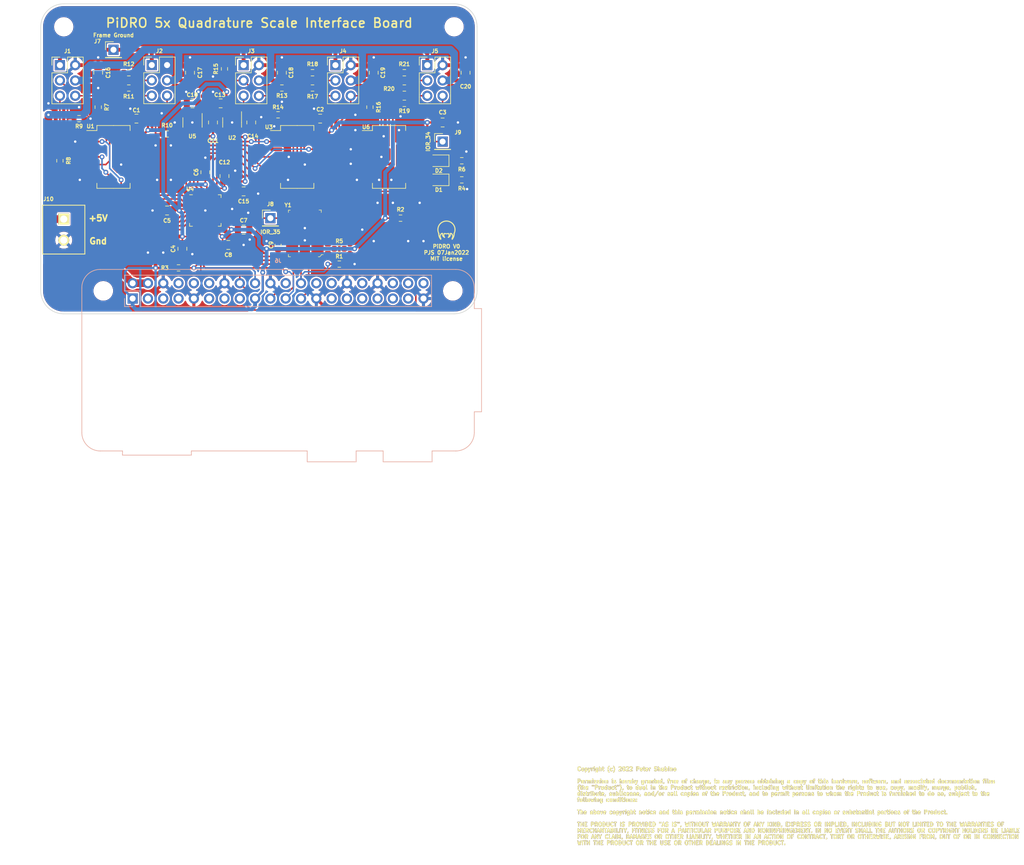
<source format=kicad_pcb>
(kicad_pcb (version 20211014) (generator pcbnew)
  (layers (0 "F.Cu" signal) (31 "B.Cu" signal) (34 "B.Paste" user) (35 "F.Paste" user) (36 "B.SilkS" user "B.Silkscreen") (37 "F.SilkS" user "F.Silkscreen") (38 "B.Mask" user) (39 "F.Mask" user) (44 "Edge.Cuts" user))
  (net 0 "")
  (net 1 "+3V3")
  (net 2 "GND")
  (net 3 "Earth")
  (net 4 "Net-(D2-Pad2)")
  (net 5 "+5V")
  (net 6 "Net-(J1-Pad3)")
  (net 7 "Net-(J1-Pad5)")
  (net 8 "/Y_A_5V")
  (net 9 "Net-(J1-Pad6)")
  (net 10 "Net-(J2-Pad5)")
  (net 11 "Net-(J2-Pad6)")
  (net 14 "Net-(J4-Pad3)")
  (net 16 "Net-(J4-Pad5)")
  (net 17 "Net-(J4-Pad6)")
  (net 18 "Cdone")
  (net 19 "Creset_B")
  (net 31 "/X_A")
  (net 37 "/X_B")
  (net 38 "/X_R")
  (net 40 "/Y_A")
  (net 42 "/Y_B")
  (net 44 "/Z_A_5V")
  (net 45 "/Z_B_5V")
  (net 46 "/Z_R_5V")
  (net 47 "Net-(J5-Pad3)")
  (net 48 "Net-(J5-Pad5)")
  (net 49 "Net-(J5-Pad6)")
  (net 50 "Net-(J6-Pad19)")
  (net 51 "Net-(J6-Pad21)")
  (net 52 "/Y_R")
  (net 53 "/Z_A")
  (net 54 "/Z_B")
  (net 55 "/Z_R")
  (net 56 "Net-(J6-Pad23)")
  (net 57 "/A_A")
  (net 59 "/A_B")
  (net 60 "/A_R")
  (net 61 "/B_R")
  (net 62 "/B_B")
  (net 63 "/B_A")
  (net 64 "Net-(D1-Pad1)")
  (net 65 "Net-(U6-Pad10)")
  (net 66 "Net-(D2-Pad1)")
  (net 67 "Net-(J6-Pad24)")
  (net 68 "/Clk")
  (net 69 "/LED")
  (net 70 "Net-(R5-Pad2)")
  (net 71 "Net-(D1-Pad2)")
  (net 72 "+2V5")
  (net 73 "+1V2")
  (footprint "MountingHole:MountingHole_2.7mm" (layer "F.Cu") (at 159.385 44.45)
    (fp_text reference "H2" hide)
    (fp_text value "MountingHole")
  )
  (footprint "Capacitor_SMD:C_0805_2012Metric" (layer "F.Cu") (at 121.92 80.645)
    (fp_text reference "C8")
    (fp_text value "1uF")
  )
  (footprint "Package_SO:SO-14_5.3x10.2mm_P1.27mm" (layer "F.Cu") (at 148.59 66.04)
    (fp_text reference "U6")
    (fp_text value "74LVC14")
  )
  (footprint "digikey-footprints:Oscillator_XLH736022.579200I" (layer "F.Cu") (at 136.72 81.28 90)
    (fp_text reference "Y1")
    (fp_text value "ECS-5032MV")
  )
  (footprint "Capacitor_SMD:C_0805_2012Metric" (layer "F.Cu") (at 119.38 60.325 90)
    (fp_text reference "C11")
    (fp_text value "1uF")
  )
  (footprint "Package_SO:SO-14_5.3x10.2mm_P1.27mm" (layer "F.Cu") (at 102.87 66.04)
    (fp_text reference "U1")
    (fp_text value "74LVC14")
  )
  (footprint "Capacitor_SMD:C_0805_2012Metric" (layer "F.Cu") (at 118.11 68.58 90)
    (fp_text reference "C6")
    (fp_text value "1uF")
  )
  (footprint "Resistor_SMD:R_0603_1608Metric" (layer "F.Cu") (at 160.655 69.85 180)
    (fp_text reference "R4")
    (fp_text value "150")
  )
  (footprint "Package_TO_SOT_SMD:SOT-23-5" (layer "F.Cu") (at 122.555 60.325 -90)
    (fp_text reference "U2")
    (fp_text value "MIC5504-2.5YM5")
  )
  (footprint "Connector_PinHeader_2.54mm:PinHeader_1x01_P2.54mm_Vertical" (layer "F.Cu") (at 128.905 76.2)
    (fp_text reference "J8")
    (fp_text value "IOR_35")
  )
  (footprint "Resistor_SMD:R_0603_1608Metric" (layer "F.Cu") (at 151.13 52.07)
    (fp_text reference "R21")
    (fp_text value "10k")
  )
  (footprint "On_shore:OSTTE020104" (layer "F.Cu") (at 94.615 78.105 90)
    (fp_text reference "J10")
    (fp_text value "External power")
  )
  (footprint "Capacitor_SMD:C_0805_2012Metric" (layer "F.Cu") (at 124.46 71.755)
    (fp_text reference "C15")
    (fp_text value "1uF")
  )
  (footprint "Capacitor_SMD:C_0805_2012Metric" (layer "F.Cu") (at 124.46 78.105)
    (fp_text reference "C7")
    (fp_text value "1uF")
  )
  (footprint "LED_SMD:LED_0805_2012Metric" (layer "F.Cu") (at 156.845 69.85 180)
    (fp_text reference "D1")
    (fp_text value "Green")
  )
  (footprint "Resistor_SMD:R_0603_1608Metric" (layer "F.Cu") (at 97.155 59.69)
    (fp_text reference "R9")
    (fp_text value "10k")
  )
  (footprint "Connector_PinHeader_2.54mm:PinHeader_2x03_P2.54mm_Vertical" (layer "F.Cu") (at 154.935 50.815)
    (fp_text reference "J5")
    (fp_text value "B axis")
  )
  (footprint "Capacitor_SMD:C_0805_2012Metric" (layer "F.Cu") (at 115.57 52.07 90)
    (fp_text reference "C17")
    (fp_text value "1uF")
  )
  (footprint "Capacitor_SMD:C_0603_1608Metric" (layer "F.Cu") (at 130.175 80.645 90)
    (fp_text reference "C9")
    (fp_text value "0.1uF")
  )
  (footprint "Capacitor_SMD:C_0805_2012Metric" (layer "F.Cu") (at 130.81 52.07 90)
    (fp_text reference "C18")
    (fp_text value "1uF")
  )
  (footprint "Resistor_SMD:R_0603_1608Metric" (layer "F.Cu") (at 93.98 66.675 -90)
    (fp_text reference "R8")
    (fp_text value "10k")
  )
  (footprint "MountingHole:MountingHole_2.7mm" (layer "F.Cu") (at 94.615 44.45)
    (fp_text reference "H1" hide)
    (fp_text value "MountingHole")
  )
  (footprint "Resistor_SMD:R_0603_1608Metric" (layer "F.Cu") (at 130.175 59.055)
    (fp_text reference "R14")
    (fp_text value "10k")
  )
  (footprint "Resistor_SMD:R_0603_1608Metric" (layer "F.Cu") (at 151.13 54.61)
    (fp_text reference "R20")
    (fp_text value "10k")
  )
  (footprint "Connector_PinHeader_2.54mm:PinHeader_1x01_P2.54mm_Vertical" (layer "F.Cu") (at 157.48 63.5)
    (fp_text reference "J9")
    (fp_text value "IOR_34")
  )
  (footprint "Resistor_SMD:R_0603_1608Metric" (layer "F.Cu") (at 105.41 54.61)
    (fp_text reference "R11")
    (fp_text value "10k")
  )
  (footprint "PJS-icons:metroid" (layer "F.Cu") (at 158.115 78.105)
    (fp_text reference "icon1" hide)
    (fp_text value "Metroid" hide)
  )
  (footprint "Resistor_SMD:R_0603_1608Metric" (layer "F.Cu") (at 135.89 54.61)
    (fp_text reference "R17")
    (fp_text value "10k")
  )
  (footprint "Resistor_SMD:R_0603_1608Metric" (layer "F.Cu") (at 100.33 57.785 -90)
    (fp_text reference "R7")
    (fp_text value "10k")
  )
  (footprint "Package_SO:TSOP-5_1.65x3.05mm_P0.95mm" (layer "F.Cu") (at 115.98 60.325 -90)
    (fp_text reference "U5")
    (fp_text value "NCP114ASN120T1G")
  )
  (footprint "Connector_PinHeader_2.54mm:PinHeader_2x03_P2.54mm_Vertical" (layer "F.Cu") (at 124.455 50.815)
    (fp_text reference "J3")
    (fp_text value "Z axis")
  )
  (footprint "Resistor_SMD:R_0603_1608Metric" (layer "F.Cu") (at 140.335 83.82)
    (fp_text reference "R1")
    (fp_text value "10k")
  )
  (footprint "Connector_PinHeader_2.54mm:PinHeader_1x01_P2.54mm_Vertical" (layer "F.Cu") (at 102.87 48.26)
    (fp_text reference "J7")
    (fp_text value "Frame_GND")
  )
  (footprint "Capacitor_SMD:C_0805_2012Metric" (layer "F.Cu") (at 161.29 52.07 90)
    (fp_text reference "C20")
    (fp_text value "1uF")
  )
  (footprint "Resistor_SMD:R_0603_1608Metric" (layer "F.Cu") (at 140.335 81.28 180)
    (fp_text reference "R5")
    (fp_text value "10k")
  )
  (footprint "Capacitor_SMD:C_0805_2012Metric" (layer "F.Cu") (at 157.48 60.325)
    (fp_text reference "C3")
    (fp_text value "1uF")
  )
  (footprint "Resistor_SMD:R_0603_1608Metric" (layer "F.Cu") (at 135.89 52.07)
    (fp_text reference "R18")
    (fp_text value "10k")
  )
  (footprint "Connector_PinHeader_2.54mm:PinHeader_2x03_P2.54mm_Vertical" (layer "F.Cu") (at 109.22 50.8)
    (fp_text reference "J2")
    (fp_text value "Y axis")
  )
  (footprint "Capacitor_SMD:C_0805_2012Metric" (layer "F.Cu") (at 114.3 81.28 -90)
    (fp_text reference "C4")
    (fp_text value "1uF")
  )
  (footprint "Resistor_SMD:R_0603_1608Metric" (layer "F.Cu") (at 151.13 57.15)
    (fp_text reference "R19")
    (fp_text value "10k")
  )
  (footprint "Package_SO:SO-14_5.3x10.2mm_P1.27mm" (layer "F.Cu") (at 133.35 66.04)
    (fp_text reference "U3")
    (fp_text value "74LVC14")
  )
  (footprint "Connector_PinHeader_2.54mm:PinHeader_2x03_P2.54mm_Vertical" (layer "F.Cu") (at 139.695 50.815)
    (fp_text reference "J4")
    (fp_text value "A axis")
  )
  (footprint "Capacitor_SMD:C_0805_2012Metric" (layer "F.Cu") (at 106.68 59.69 180)
    (fp_text reference "C1")
    (fp_text value "1uF")
  )
  (footprint "Resistor_SMD:R_0603_1608Metric" (layer "F.Cu") (at 130.81 54.61)
    (fp_text reference "R13")
    (fp_text value "10k")
  )
  (footprint "Capacitor_SMD:C_0805_2012Metric" (layer "F.Cu") (at 146.05 52.07 90)
    (fp_text reference "C19")
    (fp_text value "1uF")
  )
  (footprint "Connector_PinHeader_2.54mm:PinHeader_2x03_P2.54mm_Vertical" (layer "F.Cu") (at 93.98 50.815)
    (fp_text reference "J1")
    (fp_text value "X axis")
  )
  (footprint "Resistor_SMD:R_0603_1608Metric" (layer "F.Cu") (at 145.415 57.785 -90)
    (fp_text reference "R16")
    (fp_text value "10k")
  )
  (footprint "Resistor_SMD:R_0603_1608Metric" (layer "F.Cu") (at 121.285 51.435 90)
    (fp_text reference "R15")
    (fp_text value "10k")
  )
  (footprint "Capacitor_SMD:C_0805_2012Metric" (layer "F.Cu") (at 125.73 60.325 90)
    (fp_text reference "C14")
    (fp_text value "1uF")
  )
  (footprint "Capacitor_SMD:C_0805_2012Metric" (layer "F.Cu") (at 120.65 57.15 180)
    (fp_text reference "C13")
    (fp_text value "1uF")
  )
  (footprint "LED_SMD:LED_0805_2012Metric" (layer "F.Cu") (at 156.845 66.675 180)
    (fp_text reference "D2")
    (fp_text value "Red")
  )
  (footprint "Capacitor_SMD:C_0805_2012Metric" (layer "F.Cu") (at 100.33 52.07 90)
    (fp_text reference "C16")
    (fp_text value "1uF")
  )
  (footprint "Resistor_SMD:R_0603_1608Metric" (layer "F.Cu") (at 111.76 62.23)
    (fp_text reference "R10")
    (fp_text value "10k")
  )
  (footprint "Resistor_SMD:R_0603_1608Metric" (layer "F.Cu") (at 150.495 76.2)
    (fp_text reference "R2")
    (fp_text value "10k")
  )
  (footprint "Capacitor_SMD:C_0805_2012Metric" (layer "F.Cu") (at 115.98 57.15 180)
    (fp_text reference "C10")
    (fp_text value "1uF")
  )
  (footprint "Capacitor_SMD:C_0805_2012Metric" (layer "F.Cu") (at 121.285 69.215 90)
    (fp_text reference "C12")
    (fp_text value "1uF")
  )
  (footprint "Resistor_SMD:R_0603_1608Metric" (layer "F.Cu") (at 113.665 84.455)
    (fp_text reference "R3")
    (fp_text value "10k")
  )
  (footprint "Resistor_SMD:R_0603_1608Metric" (layer "F.Cu") (at 105.41 52.07)
    (fp_text reference "R12")
    (fp_text value "10k")
  )
  (footprint "Resistor_SMD:R_0603_1608Metric" (layer "F.Cu") (at 160.655 66.675 180)
    (fp_text reference "R6")
    (fp_text value "150")
  )
  (footprint "Capacitor_SMD:C_0805_2012Metric" (layer "F.Cu") (at 111.76 74.93 180)
    (fp_text reference "C5")
    (fp_text value "1uF")
  )
  (footprint "Package_DFN_QFN:TQFN-32-1EP_5x5mm_P0.5mm_EP2.1x2.1mm" (layer "F.Cu") (at 118.11 74.93)
    (fp_text reference "U4")
    (fp_text value "ICE40LP384-SG32")
  )
  (footprint "Capacitor_SMD:C_0805_2012Metric" (layer "F.Cu") (at 137.16 59.69 180)
    (fp_text reference "C2")
    (fp_text value "1uF")
  )
  (footprint "Module:Raspberry_Pi_Zero_Socketed_THT_FaceDown_MountingHoles" (layer "B.Cu") (at 106.045 89.535 -90)
    (fp_text reference "J6")
    (fp_text value "Raspberry_Pi_2_3")
  )
  (gr_arc (start 90.805 44.45) (mid 91.920923 41.755923) (end 94.615 40.64) (layer "Edge.Cuts") (width 0.1))
  (gr_line (start 90.805 88.265) (end 90.805 44.45) (layer "Edge.Cuts") (width 0.1))
  (gr_arc (start 94.615 92.075) (mid 91.920923 90.959077) (end 90.805 88.265) (layer "Edge.Cuts") (width 0.1))
  (gr_line (start 94.615 40.64) (end 159.385 40.64) (layer "Edge.Cuts") (width 0.1))
  (gr_arc (start 163.195 88.265) (mid 162.079077 90.959077) (end 159.385 92.075) (layer "Edge.Cuts") (width 0.1))
  (gr_line (start 163.195 44.45) (end 163.195 88.265) (layer "Edge.Cuts") (width 0.1))
  (gr_line (start 159.385 92.075) (end 94.615 92.075) (layer "Edge.Cuts") (width 0.1))
  (gr_arc (start 159.385 40.64) (mid 162.079077 41.755923) (end 163.195 44.45) (layer "Edge.Cuts") (width 0.1))
  (gr_text "Copyright (c) 2022 Peter Shabino\n\nPermission is hereby granted, free of charge, to any person obtaining a copy of this hardware, software, and associated documentation files \n(the {dblquote}Product{dblquote}), to deal in the Product without restriction, including without limitation the rights to use, copy, modify, merge, publish, \ndistribute, sublicense, and/or sell copies of the Product, and to permit persons to whom the Product is furnished to do so, subject to the \nfollowing conditions:\n\nThe above copyright notice and this permission notice shall be included in all copies or substantial portions of the Product.\n\nTHE PRODUCT IS PROVIDED {dblquote}AS IS{dblquote}, WITHOUT WARRANTY OF ANY KIND, EXPRESS OR IMPLIED, INCLUDING BUT NOT LIMITED TO THE WARRANTIES OF \nMERCHANTABILITY, FITNESS FOR A PARTICULAR PURPOSE AND NONINFRINGEMENT. IN NO EVENT SHALL THE AUTHORS OR COPYRIGHT HOLDERS BE LIABLE \nFOR ANY CLAIM, DAMAGES OR OTHER LIABILITY, WHETHER IN AN ACTION OF CONTRACT, TORT OR OTHERWISE, ARISING FROM, OUT OF OR IN CONNECTION \nWITH THE PRODUCT OR THE USE OR OTHER DEALINGS IN THE PRODUCT.\n\n\n\n" (at 179.705 175.26) (layer "F.Cu") (effects (font (size 0.635 0.635) (thickness 0.15875)) (justify left)))
  (gr_text "Copyright (c) 2022 Peter Shabino\n\nPermission is hereby granted, free of charge, to any person obtaining a copy of this hardware, software, and associated documentation files \n(the {dblquote}Product{dblquote}), to deal in the Product without restriction, including without limitation the rights to use, copy, modify, merge, publish, \ndistribute, sublicense, and/or sell copies of the Product, and to permit persons to whom the Product is furnished to do so, subject to the \nfollowing conditions:\n\nThe above copyright notice and this permission notice shall be included in all copies or substantial portions of the Product.\n\nTHE PRODUCT IS PROVIDED {dblquote}AS IS{dblquote}, WITHOUT WARRANTY OF ANY KIND, EXPRESS OR IMPLIED, INCLUDING BUT NOT LIMITED TO THE WARRANTIES OF \nMERCHANTABILITY, FITNESS FOR A PARTICULAR PURPOSE AND NONINFRINGEMENT. IN NO EVENT SHALL THE AUTHORS OR COPYRIGHT HOLDERS BE LIABLE \nFOR ANY CLAIM, DAMAGES OR OTHER LIABILITY, WHETHER IN AN ACTION OF CONTRACT, TORT OR OTHERWISE, ARISING FROM, OUT OF OR IN CONNECTION \nWITH THE PRODUCT OR THE USE OR OTHER DEALINGS IN THE PRODUCT.\n\n\n\n" (at 179.705 175.26) (layer "B.Cu") (effects (font (size 0.635 0.635) (thickness 0.15875)) (justify left)))
  (gr_text "Gnd" (at 100.33 80.01) (layer "F.SilkS") (effects (font (size 1.016 1.016) (thickness 0.254))))
  (gr_text "IOR_34" (at 155.067 63.5 90) (layer "F.SilkS") (effects (font (size 0.635 0.635))))
  (gr_text "+5V" (at 100.33 76.2) (layer "F.SilkS") (effects (font (size 1.016 1.016) (thickness 0.254))))
  (gr_text "PiDRO 5x Quadrature Scale Interface Board " (at 127.635 43.815) (layer "F.SilkS") (effects (font (size 1.524 1.524) (thickness 0.254))))
  (gr_text "Frame Ground" (at 102.87 45.847) (layer "F.SilkS") (effects (font (size 0.635 0.635))))
  (gr_text "IOR_35" (at 128.905 78.486) (layer "F.SilkS") (effects (font (size 0.635 0.635))))
  (gr_text "PiDRO V0\nPJS 07Jan2022\nMIT license" (at 158.115 81.915) (layer "F.SilkS") (effects (font (size 0.635 0.635))))
  (gr_text "Copyright (c) 2022 Peter Shabino\n\nPermission is hereby granted, free of charge, to any person obtaining a copy of this hardware, software, and associated documentation files \n(the {dblquote}Product{dblquote}), to deal in the Product without restriction, including without limitation the rights to use, copy, modify, merge, publish, \ndistribute, sublicense, and/or sell copies of the Product, and to permit persons to whom the Product is furnished to do so, subject to the \nfollowing conditions:\n\nThe above copyright notice and this permission notice shall be included in all copies or substantial portions of the Product.\n\nTHE PRODUCT IS PROVIDED {dblquote}AS IS{dblquote}, WITHOUT WARRANTY OF ANY KIND, EXPRESS OR IMPLIED, INCLUDING BUT NOT LIMITED TO THE WARRANTIES OF \nMERCHANTABILITY, FITNESS FOR A PARTICULAR PURPOSE AND NONINFRINGEMENT. IN NO EVENT SHALL THE AUTHORS OR COPYRIGHT HOLDERS BE LIABLE \nFOR ANY CLAIM, DAMAGES OR OTHER LIABILITY, WHETHER IN AN ACTION OF CONTRACT, TORT OR OTHERWISE, ARISING FROM, OUT OF OR IN CONNECTION \nWITH THE PRODUCT OR THE USE OR OTHER DEALINGS IN THE PRODUCT.\n\n\n\n" (at 179.705 175.26) (layer "F.SilkS") (effects (font (size 0.635 0.635) (thickness 0.15875)) (justify left)))
  (segment (start 119.86 77.3675) (end 119.86 78.204) (width 0.254) (layer "F.Cu") (net 1))
  (segment (start 120.97 80.645) (end 120.97 79.314) (width 0.254) (layer "F.Cu") (net 1))
  (segment (start 138.43 59.69) (end 139.065 60.325) (width 0.381) (layer "F.Cu") (net 1))
  (segment (start 116.93 57.15) (end 116.93 55.282) (width 0.381) (layer "F.Cu") (net 1))
  (segment (start 116.93 57.15) (end 116.93 58.33) (width 0.381) (layer "F.Cu") (net 1))
  (segment (start 121.6 57.15) (end 122.428 57.15) (width 0.381) (layer "F.Cu") (net 1))
  (segment (start 130.175 81.42) (end 132.38 81.42) (width 0.508) (layer "F.Cu") (net 1))
  (segment (start 123.51 78.105) (end 122.428 78.105) (width 0.254) (layer "F.Cu") (net 1))
  (segment (start 115.03 59.165) (end 115.03 58.706) (width 0.381) (layer "F.Cu") (net 1))
  (segment (start 107.63 59.69) (end 107.95 59.69) (width 0.381) (layer "F.Cu") (net 1))
  (segment (start 115.697 79.248) (end 114.3 79.248) (width 0.254) (layer "F.Cu") (net 1))
  (segment (start 138.11 59.69) (end 138.43 59.69) (width 0.381) (layer "F.Cu") (net 1))
  (segment (start 116.93 58.33) (end 116.93 59.165) (width 0.381) (layer "F.Cu") (net 1))
  (segment (start 154.94 61.595) (end 154.305 62.23) (width 0.381) (layer "F.Cu") (net 1))
  (segment (start 121.003 76.68) (end 122.428 78.105) (width 0.254) (layer "F.Cu") (net 1))
  (segment (start 122.428 57.15) (end 123.505 58.227) (width 0.381) (layer "F.Cu") (net 1))
  (segment (start 139.065 60.325) (end 139.065 61.595) (width 0.381) (layer "F.Cu") (net 1))
  (segment (start 138.43 62.23) (end 139.065 61.595) (width 0.381) (layer "F.Cu") (net 1))
  (segment (start 116.893 58.293) (end 116.93 58.33) (width 0.381) (layer "F.Cu") (net 1))
  (segment (start 154.94 60.325) (end 154.94 61.595) (width 0.381) (layer "F.Cu") (net 1))
  (segment (start 130.175 81.42) (end 128.41 81.42) (width 0.381) (layer "F.Cu") (net 1))
  (segment (start 127.635 85.217) (end 127.635 88.265) (width 0.381) (layer "F.Cu") (net 1))
  (segment (start 115.6725 74.68) (end 114.042 74.68) (width 0.254) (layer "F.Cu") (net 1))
  (segment (start 154.305 62.23) (end 152.0525 62.23) (width 0.381) (layer "F.Cu") (net 1))
  (segment (start 156.53 60.325) (end 154.94 60.325) (width 0.381) (layer "F.Cu") (net 1))
  (segment (start 116.36 78.585) (end 115.697 79.248) (width 0.254) (layer "F.Cu") (net 1))
  (segment (start 116.36 77.3675) (end 116.36 78.585) (width 0.254) (layer "F.Cu") (net 1))
  (segment (start 120.97 79.314) (end 120.904 79.248) (width 0.254) (layer "F.Cu") (net 1))
  (segment (start 112.71 74.93) (end 113.792 74.93) (width 0.254) (layer "F.Cu") (net 1))
  (segment (start 109.855 84.455) (end 109.855 80.01) (width 0.635) (layer "F.Cu") (net 1))
  (segment (start 115.443 58.293) (end 116.893 58.293) (width 0.381) (layer "F.Cu") (net 1))
  (segment (start 136.8125 62.23) (end 138.43 62.23) (width 0.381) (layer "F.Cu") (net 1))
  (segment (start 121.6 57.15) (end 121.6 59.1825) (width 0.381) (layer "F.Cu") (net 1))
  (segment (start 110.617 79.248) (end 114.3 79.248) (width 0.635) (layer "F.Cu") (net 1))
  (segment (start 109.855 80.01) (end 110.617 79.248) (width 0.635) (layer "F.Cu") (net 1))
  (segment (start 120.5475 76.68) (end 121.003 76.68) (width 0.254) (layer "F.Cu") (net 1))
  (segment (start 121.6 57.15) (end 121.6 55.311) (width 0.381) (layer "F.Cu") (net 1))
  (segment (start 118.11 69.53) (end 118.11 70.612) (width 0.254) (layer "F.Cu") (net 1))
  (segment (start 141.16 81.28) (end 142.875 81.28) (width 0.254) (layer "F.Cu") (net 1))
  (segment (start 107.95 59.69) (end 108.585 60.325) (width 0.381) (layer "F.Cu") (net 1))
  (segment (start 116.93 55.282) (end 116.967 55.245) (width 0.381) (layer "F.Cu") (net 1))
  (segment (start 149.67 76.2) (end 147.955 76.2) (width 0.254) (layer "F.Cu") (net 1))
  (segment (start 108.585 60.325) (end 108.585 61.595) (width 0.381) (layer "F.Cu") (net 1))
  (segment (start 107.95 62.23) (end 106.3325 62.23) (width 0.381) (layer "F.Cu") (net 1))
  (segment (start 112.84 84.455) (end 109.855 84.455) (width 0.381) (layer "F.Cu") (net 1))
  (segment (start 115.03 58.706) (end 115.443 58.293) (width 0.381) (layer "F.Cu") (net 1))
  (segment (start 121.6 55.311) (end 121.666 55.245) (width 0.381) (layer "F.Cu") (net 1))
  (segment (start 123.505 58.227) (end 123.505 59.1875) (width 0.381) (layer "F.Cu") (net 1))
  (segment (start 114.3 80.33) (end 114.3 79.248) (width 0.254) (layer "F.Cu") (net 1))
  (segment (start 121.6 59.1825) (end 121.605 59.1875) (width 0.381) (layer "F.Cu") (net 1))
  (segment (start 118.36 72.4925) (end 118.36 70.862) (width 0.254) (layer "F.Cu") (net 1))
  (segment (start 119.86 78.204) (end 120.904 79.248) (width 0.254) (layer "F.Cu") (net 1))
  (segment (start 118.36 70.862) (end 118.11 70.612) (width 0.254) (layer "F.Cu") (net 1))
  (segment (start 128.41 81.42) (end 128.27 81.28) (width 0.381) (layer "F.Cu") (net 1))
  (segment (start 132.38 81.42) (end 132.52 81.28) (width 0.508) (layer "F.Cu") (net 1))
  (segment (start 127.635 88.265) (end 126.365 89.535) (width 0.381) (layer "F.Cu") (net 1))
  (segment (start 114.042 74.68) (end 113.792 74.93) (width 0.254) (layer "F.Cu") (net 1))
  (segment (start 107.95 62.23) (end 108.585 61.595) (width 0.381) (layer "F.Cu") (net 1))
  (via (at 122.428 78.105) (size 0.8) (drill 0.4) (layers "F.Cu" "B.Cu") (net 1))
  (via (at 121.666 55.245) (size 0.8) (drill 0.4) (layers "F.Cu" "B.Cu") (net 1))
  (via (at 147.955 76.2) (size 0.8) (drill 0.4) (layers "F.Cu" "B.Cu") (net 1))
  (via (at 154.94 60.325) (size 0.8) (drill 0.4) (layers "F.Cu" "B.Cu") (net 1))
  (via (at 127.635 85.217) (size 0.8) (drill 0.4) (layers "F.Cu" "B.Cu") (net 1))
  (via (at 120.904 79.248) (size 0.8) (drill 0.4) (layers "F.Cu" "B.Cu") (net 1))
  (via (at 114.3 79.248) (size 0.8) (drill 0.4) (layers "F.Cu" "B.Cu") (net 1))
  (via (at 109.855 84.455) (size 0.8) (drill 0.4) (layers "F.Cu" "B.Cu") (net 1))
  (via (at 118.11 70.612) (size 0.8) (drill 0.4) (layers "F.Cu" "B.Cu") (net 1))
  (via (at 142.875 81.28) (size 0.8) (drill 0.4) (layers "F.Cu" "B.Cu") (net 1))
  (via (at 113.792 74.93) (size 0.8) (drill 0.4) (layers "F.Cu" "B.Cu") (net 1))
  (via (at 116.967 55.245) (size 0.8) (drill 0.4) (layers "F.Cu" "B.Cu") (net 1))
  (via (at 108.585 61.595) (size 0.8) (drill 0.4) (layers "F.Cu" "B.Cu") (net 1))
  (via (at 128.27 81.28) (size 0.8) (drill 0.4) (layers "F.Cu" "B.Cu") (net 1))
  (via (at 139.065 61.595) (size 0.8) (drill 0.4) (layers "F.Cu" "B.Cu") (net 1))
  (segment (start 116.205 57.15) (end 114.3 57.15) (width 0.635) (layer "B.Cu") (net 1))
  (segment (start 121.666 55.245) (end 120.396 53.975) (width 0.635) (layer "B.Cu") (net 1))
  (segment (start 114.3 79.248) (end 114.3 75.438) (width 0.635) (layer "B.Cu") (net 1))
  (segment (start 111.125 61.595) (end 111.125 72.263) (width 0.635) (layer "B.Cu") (net 1))
  (segment (start 121.285 79.248) (end 122.428 78.105) (width 0.635) (layer "B.Cu") (net 1))
  (segment (start 113.792 74.93) (end 113.792 72.263) (width 0.635) (layer "B.Cu") (net 1))
  (segment (start 149.225 60.325) (end 154.94 60.325) (width 0.635) (layer "B.Cu") (net 1))
  (segment (start 128.27 81.28) (end 142.875 81.28) (width 0.635) (layer "B.Cu") (net 1))
  (segment (start 142.875 81.28) (end 147.955 76.2) (width 0.635) (layer "B.Cu") (net 1))
  (segment (start 105.41 84.455) (end 104.775 85.09) (width 0.381) (layer "B.Cu") (net 1))
  (segment (start 127.635 81.28) (end 128.27 81.28) (width 0.635) (layer "B.Cu") (net 1))
  (segment (start 109.855 91.186) (end 109.982 91.313) (width 0.381) (layer "B.Cu") (net 1))
  (segment (start 127 80.645) (end 127.635 81.28) (width 0.635) (layer "B.Cu") (net 1))
  (segment (start 147.955 68.58) (end 149.225 67.31) (width 0.635) (layer "B.Cu") (net 1))
  (segment (start 147.955 76.2) (end 147.955 68.58) (width 0.635) (layer "B.Cu") (net 1))
  (segment (start 126.365 90.805) (end 125.857 91.313) (width 0.635) (layer "B.Cu") (net 1))
  (segment (start 125.857 91.313) (end 109.982 91.313) (width 0.635) (layer "B.Cu") (net 1))
  (segment (start 115.443 70.612) (end 118.11 70.612) (width 0.635) (layer "B.Cu") (net 1))
  (segment (start 114.3 75.438) (end 113.792 74.93) (width 0.635) (layer "B.Cu") (net 1))
  (segment (start 114.3 57.15) (end 113.792 57.658) (width 0.635) (layer "B.Cu") (net 1))
  (segment (start 128.27 83.82) (end 128.27 81.28) (width 0.635) (layer "B.Cu") (net 1))
  (segment (start 120.396 53.975) (end 118.237 53.975) (width 0.635) (layer "B.Cu") (net 1))
  (segment (start 127.635 84.455) (end 128.27 83.82) (width 0.635) (layer "B.Cu") (net 1))
  (segment (start 107.315 84.455) (end 107.315 91.186) (width 0.381) (layer "B.Cu") (net 1))
  (segment (start 127.635 85.217) (end 127.635 88.265) (width 0.381) (layer "B.Cu") (net 1))
  (segment (start 109.855 84.455) (end 109.855 91.186) (width 0.381) (layer "B.Cu") (net 1))
  (segment (start 107.315 91.186) (end 107.442 91.313) (width 0.381) (layer "B.Cu") (net 1))
  (segment (start 125.73 78.105) (end 127 79.375) (width 0.635) (layer "B.Cu") (net 1))
  (segment (start 111.125 60.325) (end 111.125 61.595) (width 0.635) (layer "B.Cu") (net 1))
  (segment (start 118.237 53.975) (end 116.967 55.245) (width 0.635) (layer "B.Cu") (net 1))
  (segment (start 120.904 79.248) (end 121.285 79.248) (width 0.635) (layer "B.Cu") (net 1))
  (segment (start 113.792 57.658) (end 111.125 60.325) (width 0.635) (layer "B.Cu") (net 1))
  (segment (start 104.775 85.09) (end 104.775 88.265) (width 0.381) (layer "B.Cu") (net 1))
  (segment (start 111.125 72.263) (end 113.792 74.93) (width 0.635) (layer "B.Cu") (net 1))
  (segment (start 106.045 90.805) (end 106.045 89.535) (width 0.635) (layer "B.Cu") (net 1))
  (segment (start 116.967 56.388) (end 116.205 57.15) (width 0.635) (layer "B.Cu") (net 1))
  (segment (start 108.585 61.595) (end 111.125 61.595) (width 0.635) (layer "B.Cu") (net 1))
  (segment (start 116.967 55.245) (end 116.967 56.388) (width 0.635) (layer "B.Cu") (net 1))
  (segment (start 109.855 84.455) (end 107.315 84.455) (width 0.381) (layer "B.Cu") (net 1))
  (segment (start 140.335 60.325) (end 139.065 61.595) (width 0.635) (layer "B.Cu") (net 1))
  (segment (start 127.635 85.217) (end 127.635 84.455) (width 0.635) (layer "B.Cu") (net 1))
  (segment (start 149.225 67.31) (end 149.225 60.325) (width 0.635) (layer "B.Cu") (net 1))
  (segment (start 127.635 88.265) (end 126.365 89.535) (width 0.381) (layer "B.Cu") (net 1))
  (segment (start 107.315 84.455) (end 105.41 84.455) (width 0.381) (layer "B.Cu") (net 1))
  (segment (start 126.365 89.535) (end 126.365 90.805) (width 0.635) (layer "B.Cu") (net 1))
  (segment (start 122.428 78.105) (end 125.73 78.105) (width 0.635) (layer "B.Cu") (net 1))
  (segment (start 127 79.375) (end 127 80.645) (width 0.635) (layer "B.Cu") (net 1))
  (segment (start 107.442 91.313) (end 106.553 91.313) (width 0.635) (layer "B.Cu") (net 1))
  (segment (start 109.982 91.313) (end 107.442 91.313) (width 0.635) (layer "B.Cu") (net 1))
  (segment (start 104.775 88.265) (end 106.045 89.535) (width 0.381) (layer "B.Cu") (net 1))
  (segment (start 115.443 70.612) (end 113.792 72.263) (width 0.635) (layer "B.Cu") (net 1))
  (segment (start 106.553 91.313) (end 106.045 90.805) (width 0.635) (layer "B.Cu") (net 1))
  (segment (start 149.225 60.325) (end 140.335 60.325) (width 0.635) (layer "B.Cu") (net 1))
  (segment (start 161.29 51.12) (end 161.29 49.53) (width 0.254) (layer "F.Cu") (net 2))
  (segment (start 161.48 69.85) (end 161.48 71.31) (width 0.254) (layer "F.Cu") (net 2))
  (segment (start 136.21 58.105) (end 136.144 58.039) (width 0.254) (layer "F.Cu") (net 2))
  (segment (start 130.175 79.87) (end 128.41 79.87) (width 0.381) (layer "F.Cu") (net 2))
  (segment (start 124.78 60.325) (end 122.555 60.325) (width 0.381) (layer "F.Cu") (net 2))
  (segment (start 135.128 76.2) (end 136.72 76.2) (width 0.508) (layer "F.Cu") (net 2))
  (segment (start 105.73 58.105) (end 105.664 58.039) (width 0.254) (layer "F.Cu") (net 2))
  (segment (start 161.48 71.31) (end 161.544 71.374) (width 0.254) (layer "F.Cu") (net 2))
  (segment (start 136.525 89.535) (end 137.795 88.265) (width 0.508) (layer "F.Cu") (net 2))
  (segment (start 160.985 50.815) (end 161.29 51.12) (width 0.635) (layer "F.Cu") (net 2))
  (segment (start 111.125 86.995) (end 112.395 88.265) (width 0.508) (layer "F.Cu") (net 2))
  (segment (start 111.44 82.23) (end 111.125 81.915) (width 0.381) (layer "F.Cu") (net 2))
  (segment (start 119.7 55.565) (end 119.38 55.245) (width 0.254) (layer "F.Cu") (net 2))
  (segment (start 121.285 86.995) (end 122.555 88.265) (width 0.508) (layer "F.Cu") (net 2))
  (segment (start 128.41 79.87) (end 128.27 80.01) (width 0.381) (layer "F.Cu") (net 2))
  (segment (start 126.492 71.755) (end 126.873 72.136) (width 0.254) (layer "F.Cu") (net 2))
  (segment (start 125.41 71.755) (end 126.492 71.755) (width 0.254) (layer "F.Cu") (net 2))
  (segment (start 99.4075 69.85) (end 97.282 69.85) (width 0.381) (layer "F.Cu") (net 2))
  (segment (start 115.89 82.23) (end 115.951 82.169) (width 0.254) (layer "F.Cu") (net 2))
  (segment (start 116.205 89.535) (end 117.475 88.265) (width 0.508) (layer "F.Cu") (net 2))
  (segment (start 144.145 78.105) (end 146.05 80.01) (width 0.254) (layer "F.Cu") (net 2))
  (segment (start 123.002 68.265) (end 123.063 68.326) (width 0.254) (layer "F.Cu") (net 2))
  (segment (start 96.52 50.815) (end 100.025 50.815) (width 0.635) (layer "F.Cu") (net 2))
  (segment (start 146.05 80.01) (end 151.765 80.01) (width 0.254) (layer "F.Cu") (net 2))
  (segment (start 112.395 60.325) (end 110.871 58.801) (width 0.254) (layer "F.Cu") (net 2))
  (segment (start 119.38 55.245) (end 119.38 52.705) (width 0.254) (layer "F.Cu") (net 2))
  (segment (start 142.235 50.815) (end 145.745 50.815) (width 0.635) (layer "F.Cu") (net 2))
  (segment (start 125.41 78.105) (end 125.41 79.69) (width 0.254) (layer "F.Cu") (net 2))
  (segment (start 122.87 80.645) (end 124.46 80.645) (width 0.254) (layer "F.Cu") (net 2))
  (segment (start 134.62 76.708) (end 135.128 76.2) (width 0.508) (layer "F.Cu") (net 2))
  (segment (start 113.03 60.325) (end 112.395 60.325) (width 0.254) (layer "F.Cu") (net 2))
  (segment (start 154.305 89.535) (end 155.575 88.265) (width 0.508) (layer "F.Cu") (net 2))
  (segment (start 125.73 59.375) (end 127.32 59.375) (width 0.254) (layer "F.Cu") (net 2))
  (segment (start 158.43 60.325) (end 160.02 60.325) (width 0.254) (layer "F.Cu") (net 2))
  (segment (start 110.871 73.66) (end 110.81 73.721) (width 0.254) (layer "F.Cu") (net 2))
  (segment (start 112.395 64.135) (end 109.855 64.135) (width 0.254) (layer "F.Cu") (net 2))
  (segment (start 118.36 74.68) (end 118.11 74.93) (width 0.254) (layer "F.Cu") (net 2))
  (segment (start 121.285 68.265) (end 123.002 68.265) (width 0.254) (layer "F.Cu") (net 2))
  (segment (start 141.605 86.995) (end 140.335 88.265) (width 0.508) (layer "F.Cu") (net 2))
  (segment (start 157.475 50.815) (end 160.985 50.815) (width 0.635) (layer "F.Cu") (net 2))
  (segment (start 121.285 86.995) (end 120.015 88.265) (width 0.508) (layer "F.Cu") (net 2))
  (segment (start 118.11 67.63) (end 118.11 66.167) (width 0.254) (layer "F.Cu") (net 2))
  (segment (start 100.33 51.12) (end 100.33 49.53) (width 0.254) (layer "F.Cu") (net 2))
  (segment (start 114.3 82.23) (end 111.44 82.23) (width 0.381) (layer "F.Cu") (net 2))
  (segment (start 146.685 86.995) (end 147.955 88.265) (width 0.508) (layer "F.Cu") (net 2))
  (segment (start 113.804 74.18) (end 113.284 73.66) (width 0.254) (layer "F.Cu") (net 2))
  (segment (start 112.395 69.85) (end 110.109 69.85) (width 0.254) (layer "F.Cu") (net 2))
  (segment (start 100.025 50.815) (end 100.33 51.12) (width 0.635) (layer "F.Cu") (net 2))
  (segment (start 110.81 73.721) (end 110.81 74.93) (width 0.254) (layer "F.Cu") (net 2))
  (segment (start 150.495 61.341) (end 150.241 61.595) (width 0.254) (layer "F.Cu") (net 2))
  (segment (start 125.41 79.69) (end 125.476 79.756) (width 0.254) (layer "F.Cu") (net 2))
  (segment (start 131.826 69.85) (end 129.8875 69.85) (width 0.381) (layer "F.Cu") (net 2))
  (segment (start 116.205 89.535) (end 114.935 88.265) (width 0.508) (layer "F.Cu") (net 2))
  (segment (start 136.21 59.69) (end 136.21 58.105) (width 0.254) (layer "F.Cu") (net 2))
  (segment (start 126.995 50.815) (end 130.505 50.815) (width 0.635) (layer "F.Cu") (net 2))
  (segment (start 115.57 51.12) (end 115.57 49.53) (width 0.254) (layer "F.Cu") (net 2))
  (segment (start 130.81 51.12) (end 130.81 49.53) (width 0.254) (layer "F.Cu") (net 2))
  (segment (start 130.505 50.815) (end 130.81 51.12) (width 0.635) (layer "F.Cu") (net 2))
  (segment (start 146.939 69.85) (end 148.971 69.85) (width 0.254) (layer "F.Cu") (net 2))
  (segment (start 99.06 59.69) (end 97.155 57.785) (width 0.254) (layer "F.Cu") (net 2))
  (segment (start 161.48 66.675) (end 161.48 65.214) (width 0.254) (layer "F.Cu") (net 2))
  (segment (start 119.7 57.15) (end 119.7 55.565) (width 0.254) (layer "F.Cu") (net 2))
  (segment (start 146.05 51.12) (end 146.05 49.53) (width 0.254) (layer "F.Cu") (net 2))
  (segment (start 115.25 50.8) (end 115.57 51.12) (width 0.635) (layer "F.Cu") (net 2))
  (segment (start 115.6725 74.18) (end 113.804 74.18) (width 0.254) (layer "F.Cu") (net 2))
  (segment (start 115.03 57.15) (end 115.03 55.34) (width 0.254) (layer "F.Cu") (net 2))
  (segment (start 146.685 73.66) (end 149.225 73.66) (width 0.254) (layer "F.Cu") (net 2))
  (segment (start 145.745 50.815) (end 146.05 51.12) (width 0.635) (layer "F.Cu") (net 2))
  (segment (start 115.6725 74.18) (end 117.36 74.18) (width 0.254) (layer "F.Cu") (net 2))
  (segment (start 127.32 59.375) (end 127.381 59.436) (width 0.254) (layer "F.Cu") (net 2))
  (segment (start 110.81 74.93) (end 109.347 74.93) (width 0.254) (layer "F.Cu") (net 2))
  (segment (start 115.98 60.296) (end 115.951 60.325) (width 0.254) (layer "F.Cu") (net 2))
  (segment (start 125.73 59.375) (end 124.78 60.325) (width 0.381) (layer "F.Cu") (net 2))
  (segment (start 150.495 59.309) (end 150.495 61.341) (width 0.254) (layer "F.Cu") (net 2))
  (segment (start 136.525 89.535) (end 137.795 90.805) (width 0.508) (layer "F.Cu") (net 2))
  (segment (start 145.1275 69.85) (end 143.256 69.85) (width 0.381) (layer "F.Cu") (net 2))
  (segment (start 134.62 77.851) (end 134.62 76.708) (width 0.508) (layer "F.Cu") (net 2))
  (segment (start 111.125 86.995) (end 109.855 88.265) (width 0.508) (layer "F.Cu") (net 2))
  (segment (start 161.48 65.214) (end 161.417 65.151) (width 0.254) (layer "F.Cu") (net 2))
  (segment (start 111.76 50.8) (end 115.25 50.8) (width 0.635) (layer "F.Cu") (net 2))
  (segment (start 130.175 79.87) (end 134.607 79.87) (width 0.508) (layer "F.Cu") (net 2))
  (segment (start 122.555 59.1875) (end 122.555 60.325) (width 0.254) (layer "F.Cu") (net 2))
  (segment (start 143.002 59.055) (end 143.002 61.595) (width 0.254) (layer "F.Cu") (net 2))
  (segment (start 114.3 82.23) (end 115.89 82.23) (width 0.254) (layer "F.Cu") (net 2))
  (segment (start 117.36 74.18) (end 118.11 74.93) (width 0.254) (layer "F.Cu") (net 2))
  (segment (start 115.03 55.34) (end 114.935 55.245) (width 0.254) (layer "F.Cu") (net 2))
  (segment (start 146.685 86.995) (end 145.415 88.265) (width 0.508) (layer "F.Cu") (net 2))
  (segment (start 105.73 59.69) (end 105.73 58.105) (width 0.254) (layer "F.Cu") (net 2))
  (segment (start 120.5475 74.68) (end 118.36 74.68) (width 0.254) (layer "F.Cu") (net 2))
  (segment (start 141.605 86.995) (end 142.875 88.265) (width 0.508) (layer "F.Cu") (net 2))
  (segment (start 141.16 83.82) (end 142.875 83.82) (width 0.254) (layer "F.Cu") (net 2))
  (segment (start 120.5475 74.68) (end 120.5515 74.676) (width 0.254) (layer "F.Cu") (net 2))
  (segment (start 120.5515 74.676) (end 122.555 74.676) (width 0.254) (layer "F.Cu") (net 2))
  (segment (start 134.607 79.87) (end 134.62 79.883) (width 0.508) (layer "F.Cu") (net 2))
  (segment (start 115.98 59.165) (end 115.98 60.296) (width 0.254) (layer "F.Cu") (net 2))
  (segment (start 113.284 73.66) (end 110.871 73.66) (width 0.254) (layer "F.Cu") (net 2))
  (via (at 161.417 65.151) (size 0.8) (drill 0.4) (layers "F.Cu" "B.Cu") (net 2))
  (via (at 110.871 58.801) (size 0.8) (drill 0.4) (layers "F.Cu" "B.Cu") (net 2))
  (via (at 143.002 61.595) (size 0.8) (drill 0.4) (layers "F.Cu" "B.Cu") (net 2))
  (via (at 160.02 60.325) (size 0.8) (drill 0.4) (layers "F.Cu" "B.Cu") (net 2))
  (via (at 97.282 69.85) (size 0.8) (drill 0.4) (layers "F.Cu" "B.Cu") (net 2))
  (via (at 147.32 66.04) (size 0.8) (drill 0.4) (layers "F.Cu" "B.Cu") (net 2))
  (via (at 131.826 69.85) (size 0.8) (drill 0.4) (layers "F.Cu" "B.Cu") (net 2))
  (via (at 111.125 81.915) (size 0.8) (drill 0.4) (layers "F.Cu" "B.Cu") (net 2))
  (via (at 161.29 49.53) (size 0.8) (drill 0.4) (layers "F.Cu" "B.Cu") (net 2))
  (via (at 127.381 59.436) (size 0.8) (drill 0.4) (layers "F.Cu" "B.Cu") (net 2))
  (via (at 150.495 59.309) (size 0.8) (drill 0.4) (layers "F.Cu" "B.Cu") (net 2))
  (via (at 100.33 54.61) (size 0.8) (drill 0.4) (layers "F.Cu" "B.Cu") (net 2))
  (via (at 143.256 69.85) (size 0.8) (drill 0.4) (layers "F.Cu" "B.Cu") (net 2))
  (via (at 123.063 68.326) (size 0.8) (drill 0.4) (layers "F.Cu" "B.Cu") (net 2))
  (via (at 96.52 63.5) (size 0.8) (drill 0.4) (layers "F.Cu" "B.Cu") (net 2))
  (via (at 122.555 74.676) (size 0.8) (drill 0.4) (layers "F.Cu" "B.Cu") (net 2))
  (via (at 134.62 77.851) (size 0.8) (drill 0.4) (layers "F.Cu" "B.Cu") (net 2))
  (via (at 109.347 74.93) (size 0.8) (drill 0.4) (layers "F.Cu" "B.Cu") (net 2))
  (via (at 146.685 73.66) (size 0.8) (drill 0.4) (layers "F.Cu" "B.Cu") (net 2))
  (via (at 100.33 49.53) (size 0.8) (drill 0.4) (layers "F.Cu" "B.Cu") (net 2))
  (via (at 149.225 73.66) (size 0.8) (drill 0.4) (layers "F.Cu" "B.Cu") (net 2))
  (via (at 146.939 69.85) (size 0.8) (drill 0.4) (layers "F.Cu" "B.Cu") (net 2))
  (via (at 105.664 58.039) (size 0.8) (drill 0.4) (layers "F.Cu" "B.Cu") (net 2))
  (via (at 97.155 57.785) (size 0.8) (drill 0.4) (layers "F.Cu" "B.Cu") (net 2))
  (via (at 161.544 71.374) (size 0.8) (drill 0.4) (layers "F.Cu" "B.Cu") (net 2))
  (via (at 119.38 52.705) (size 0.8) (drill 0.4) (layers "F.Cu" "B.Cu") (net 2))
  (via (at 142.875 83.82) (size 0.8) (drill 0.4) (layers "F.Cu" "B.Cu") (net 2))
  (via (at 109.855 64.135) (size 0.8) (drill 0.4) (layers "F.Cu" "B.Cu") (net 2))
  (via (at 104.14 67.31) (size 0.8) (drill 0.4) (layers "F.Cu" "B.Cu") (net 2))
  (via (at 115.57 49.53) (size 0.8) (drill 0.4) (layers "F.Cu" "B.Cu") (net 2))
  (via (at 112.395 69.85) (size 0.8) (drill 0.4) (layers "F.Cu" "B.Cu") (net 2))
  (via (at 134.62 79.883) (size 0.8) (drill 0.4) (layers "F.Cu" "B.Cu") (net 2))
  (via (at 119.38 55.245) (size 0.8) (drill 0.4) (layers "F.Cu" "B.Cu") (net 2))
  (via (at 136.144 58.039) (size 0.8) (drill 0.4) (layers "F.Cu" "B.Cu") (net 2))
  (via (at 130.81 49.53) (size 0.8) (drill 0.4) (layers "F.Cu" "B.Cu") (net 2))
  (via (at 125.476 79.756) (size 0.8) (drill 0.4) (layers "F.Cu" "B.Cu") (net 2))
  (via (at 92.075 57.15) (size 0.8) (drill 0.4) (layers "F.Cu" "B.Cu") (net 2))
  (via (at 118.11 66.167) (size 0.8) (drill 0.4) (layers "F.Cu" "B.Cu") (net 2))
  (via (at 128.27 80.01) (size 0.8) (drill 0.4) (layers "F.Cu" "B.Cu") (net 2))
  (via (at 150.241 61.595) (size 0.8) (drill 0.4) (layers "F.Cu" "B.Cu") (net 2))
  (via (at 112.395 64.135) (size 0.8) (drill 0.4) (layers "F.Cu" "B.Cu") (net 2))
  (via (at 131.953 66.04) (size 0.8) (drill 0.4) (layers "F.Cu" "B.Cu") (net 2))
  (via (at 153.67 73.66) (size 0.8) (drill 0.4) (layers "F.Cu" "B.Cu") (net 2))
  (via (at 154.305 80.01) (size 0.8) (drill 0.4) (layers "F.Cu" "B.Cu") (net 2))
  (via (at 130.81 56.896) (size 0.8) (drill 0.4) (layers "F.Cu" "B.Cu") (net 2))
  (via (at 122.555 60.325) (size 0.8) (drill 0.4) (layers "F.Cu" "B.Cu") (net 2))
  (via (at 144.145 78.105) (size 0.8) (drill 0.4) (layers "F.Cu" "B.Cu") (net 2))
  (via (at 148.971 69.85) (size 0.8) (drill 0.4) (layers "F.Cu" "B.Cu") (net 2))
  (via (at 129.54 60.96) (size 0.8) (drill 0.4) (layers "F.Cu" "B.Cu") (net 2))
  (via (at 108.585 81.915) (size 0.8) (drill 0.4) (layers "F.Cu" "B.Cu") (net 2))
  (via (at 146.05 49.53) (size 0.8) (drill 0.4) (layers "F.Cu" "B.Cu") (net 2))
  (via (at 99.06 59.69) (size 0.8) (drill 0.4) (layers "F.Cu" "B.Cu") (net 2))
  (via (at 113.03 60.325) (size 0.8) (drill 0.4) (layers "F.Cu" "B.Cu") (net 2))
  (via (at 142.24 64.77) (size 0.8) (drill 0.4) (layers "F.Cu" "B.Cu") (net 2))
  (via (at 115.951 60.325) (size 0.8) (drill 0.4) (layers "F.Cu" "B.Cu") (net 2))
  (via (at 142.24 67.183) (size 0.8) (drill 0.4) (layers "F.Cu" "B.Cu") (net 2))
  (via (at 125.222 75.311) (size 0.8) (drill 0.4) (layers "F.Cu" "B.Cu") (net 2))
  (via (at 126.873 72.136) (size 0.8) (drill 0.4) (layers "F.Cu" "B.Cu") (net 2))
  (via (at 143.002 59.055) (size 0.8) (drill 0.4) (layers "F.Cu" "B.Cu") (net 2))
  (via (at 147.701 62.611) (size 0.8) (drill 0.4) (layers "F.Cu" "B.Cu") (net 2))
  (via (at 146.05 80.01) (size 0.8) (drill 0.4) (layers "F.Cu" "B.Cu") (net 2))
  (via (at 151.765 80.01) (size 0.8) (drill 0.4) (layers "F.Cu" "B.Cu") (net 2))
  (via (at 114.935 55.245) (size 0.8) (drill 0.4) (layers "F.Cu" "B.Cu") (net 2))
  (via (at 124.46 80.645) (size 0.8) (drill 0.4) (layers "F.Cu" "B.Cu") (net 2))
  (via (at 115.951 82.169) (size 0.8) (drill 0.4) (layers "F.Cu" "B.Cu") (net 2))
  (via (at 134.62 67.31) (size 0.8) (drill 0.4) (layers "F.Cu" "B.Cu") (net 2))
  (via (at 110.109 69.85) (size 0.8) (drill 0.4) (layers "F.Cu" "B.Cu") (net 2))
  (via (at 118.11 74.93) (size 0.8) (drill 0.4) (layers "F.Cu" "B.Cu") (net 2))
  (segment (start 136.525 89.535) (end 135.255 88.265) (width 0.508) (layer "B.Cu") (net 2))
  (segment (start 99.187 71.755) (end 105.41 71.755) (width 0.254) (layer "B.Cu") (net 2))
  (segment (start 152.146 59.055) (end 150.749 59.055) (width 0.254) (layer "B.Cu") (net 2))
  (segment (start 142.367 79.883) (end 144.145 78.105) (width 0.254) (layer "B.Cu") (net 2))
  (segment (start 106.045 71.12) (end 106.045 69.215) (width 0.254) (layer "B.Cu") (net 2))
  (segment (start 159.512 58.928) (end 159.131 58.547) (width 0.254) (layer "B.Cu") (net 2))
  (segment (start 116.205 89.535) (end 117.475 88.265) (width 0.508) (layer "B.Cu") (net 2))
  (segment (start 141.605 86.995) (end 142.875 88.265) (width 0.508) (layer "B.Cu") (net 2))
  (segment (start 142.24 67.183) (end 146.177 67.183) (width 0.254) (layer "B.Cu") (net 2))
  (segment (start 111.125 81.915) (end 108.585 81.915) (width 0.381) (layer "B.Cu") (net 2))
  (segment (start 113.03 60.325) (end 113.03 63.5) (width 0.254) (layer "B.Cu") (net 2))
  (segment (start 157.465 50.815) (end 156.21 52.07) (width 0.508) (layer "B.Cu") (net 2))
  (segment (start 97.155 57.785) (end 92.71 57.785) (width 0.254) (layer "B.Cu") (net 2))
  (segment (start 141.605 86.995) (end 140.335 88.265) (width 0.508) (layer "B.Cu") (net 2))
  (segment (start 150.495 59.309) (end 143.256 59.309) (width 0.254) (layer "B.Cu") (net 2))
  (segment (start 143.256 59.309) (end 143.002 59.055) (width 0.254) (layer "B.Cu") (net 2))
  (segment (start 92.71 57.785) (end 92.075 57.15) (width 0.254) (layer "B.Cu") (net 2))
  (segment (start 150.749 59.055) (end 150.495 59.309) (width 0.254) (layer "B.Cu") (net 2))
  (segment (start 111.76 50.8) (end 110.49 52.07) (width 0.508) (layer "B.Cu") (net 2))
  (segment (start 131.826 66.167) (end 131.953 66.04) (width 0.254) (layer "B.Cu") (net 2))
  (segment (start 147.32 66.04) (end 147.32 62.992) (width 0.254) (layer "B.Cu") (net 2))
  (segment (start 126.995 50.815) (end 126.985 50.815) (width 0.508) (layer "B.Cu") (net 2))
  (segment (start 121.285 86.995) (end 120.015 88.265) (width 0.508) (layer "B.Cu") (net 2))
  (segment (start 131.826 69.85) (end 131.826 66.167) (width 0.254) (layer "B.Cu") (net 2))
  (segment (start 134.366 67.31) (end 134.62 67.31) (width 0.254) (layer "B.Cu") (net 2))
  (segment (start 136.525 89.535) (end 137.795 88.265) (width 0.508) (layer "B.Cu") (net 2))
  (segment (start 131.826 69.85) (end 134.366 67.31) (width 0.254) (layer "B.Cu") (net 2))
  (segment (start 97.282 69.85) (end 97.282 64.262) (width 0.254) (layer "B.Cu") (net 2))
  (segment (start 158.242 58.547) (end 157.861 58.547) (width 0.254) (layer "B.Cu") (net 2))
  (segment (start 100.33 58.42) (end 100.33 54.61) (width 0.254) (layer "B.Cu") (net 2))
  (segment (start 147.32 62.992) (end 147.701 62.611) (width 0.254) (layer "B.Cu") (net 2))
  (segment (start 122.555 74.676) (end 123.19 75.311) (width 0.254) (layer "B.Cu") (net 2))
  (segment (start 105.41 71.755) (end 106.045 71.12) (width 0.254) (layer "B.Cu") (net 2))
  (segment (start 154.305 89.535) (end 153.035 88.265) (width 0.508) (layer "B.Cu") (net 2))
  (segment (start 134.62 79.883) (end 134.62 77.851) (width 0.508) (layer "B.Cu") (net 2))
  (segment (start 146.177 67.183) (end 147.32 66.04) (width 0.254) (layer "B.Cu") (net 2))
  (segment (start 146.685 75.565) (end 146.685 73.66) (width 0.254) (layer "B.Cu") (net 2))
  (segment (start 151.765 80.01) (end 154.305 80.01) (width 0.254) (layer "B.Cu") (net 2))
  (segment (start 121.285 86.995) (end 122.555 88.265) (width 0.508) (layer "B.Cu") (net 2))
  (segment (start 116.205 89.535) (end 114.935 88.265) (width 0.508) (layer "B.Cu") (net 2))
  (segment (start 111.125 86.995) (end 112.395 88.265) (width 0.508) (layer "B.Cu") (net 2))
  (segment (start 112.395 64.135) (end 112.395 69.85) (width 0.254) (layer "B.Cu") (net 2))
  (segment (start 130.81 59.69) (end 130.81 56.896) (width 0.254) (layer "B.Cu") (net 2))
  (segment (start 157.475 50.815) (end 157.465 50.815) (width 0.508) (layer "B.Cu") (net 2))
  (segment (start 157.353 59.055) (end 152.146 59.055) (width 0.254) (layer "B.Cu") (net 2))
  (segment (start 160.02 59.436) (end 159.512 58.928) (width 0.254) (layer "B.Cu") (net 2))
  (segment (start 146.685 86.995) (end 145.415 88.265) (width 0.508) (layer "B.Cu") (net 2))
  (segment (start 143.256 68.199) (end 142.24 67.183) (width 0.254) (layer "B.Cu") (net 2))
  (segment (start 160.02 60.325) (end 160.02 59.436) (width 0.254) (layer "B.Cu") (net 2))
  (segment (start 134.62 79.883) (end 142.367 79.883) (width 0.254) (layer "B.Cu") (net 2))
  (segment (start 142.235 50.815) (end 142.225 50.815) (width 0.508) (layer "B.Cu") (net 2))
  (segment (start 96.52 63.5) (end 99.06 60.96) (width 0.254) (layer "B.Cu") (net 2))
  (segment (start 144.145 78.105) (end 146.685 75.565) (width 0.254) (layer "B.Cu") (net 2))
  (segment (start 149.225 73.66) (end 153.67 73.66) (width 0.254) (layer "B.Cu") (net 2))
  (segment (start 126.985 50.815) (end 125.73 52.07) (width 0.508) (layer "B.Cu") (net 2))
  (segment (start 154.305 89.535) (end 155.575 88.265) (width 0.508) (layer "B.Cu") (net 2))
  (segment (start 129.54 60.96) (end 130.81 59.69) (width 0.254) (layer "B.Cu") (net 2))
  (segment (start 115.951 60.325) (end 113.03 60.325) (width 0.254) (layer "B.Cu") (net 2))
  (segment (start 96.505 50.815) (end 95.25 52.07) (width 0.508) (layer "B.Cu") (net 2))
  (segment (start 159.131 58.547) (end 158.242 58.547) (width 0.254) (layer "B.Cu") (net 2))
  (segment (start 142.24 67.183) (end 142.24 64.77) (width 0.254) (layer "B.Cu") (net 2))
  (segment (start 96.52 50.815) (end 96.505 50.815) (width 0.508) (layer "B.Cu") (net 2))
  (segment (start 99.06 60.96) (end 99.06 59.69) (width 0.254) (layer "B.Cu") (net 2))
  (segment (start 129.54 60.96) (end 128.016 59.436) (width 0.254) (layer "B.Cu") (net 2))
  (segment (start 146.685 70.104) (end 146.939 69.85) (width 0.254) (layer "B.Cu") (net 2))
  (segment (start 128.016 59.436) (end 127.381 59.436) (width 0.254) (layer "B.Cu") (net 2))
  (segment (start 97.282 69.85) (end 99.187 71.755) (width 0.254) (layer "B.Cu") (net 2))
  (segment (start 106.045 69.215) (end 104.14 67.31) (width 0.254) (layer "B.Cu") (net 2))
  (segment (start 99.06 59.69) (end 100.33 58.42) (width 0.254) (layer "B.Cu") (net 2))
  (segment (start 146.685 86.995) (end 147.955 88.265) (width 0.508) (layer "B.Cu") (net 2))
  (segment (start 128.905 86.995) (end 130.175 88.265) (width 0.508) (layer "B.Cu") (net 2))
  (segment (start 157.861 58.547) (end 157.353 59.055) (width 0.254) (layer "B.Cu") (net 2))
  (segment (start 113.03 63.5) (end 112.395 64.135) (width 0.254) (layer "B.Cu") (net 2))
  (segment (start 143.256 69.85) (end 143.256 68.199) (width 0.254) (layer "B.Cu") (net 2))
  (segment (start 123.19 75.311) (end 125.222 75.311) (width 0.254) (layer "B.Cu") (net 2))
  (segment (start 142.225 50.815) (end 140.97 52.07) (width 0.508) (layer "B.Cu") (net 2))
  (segment (start 146.685 73.66) (end 146.685 70.104) (width 0.254) (layer "B.Cu") (net 2))
  (segment (start 97.282 64.262) (end 96.52 63.5) (width 0.254) (layer "B.Cu") (net 2))
  (segment (start 93.98 50.815) (end 93.98 48.895) (width 0.635) (layer "F.Cu") (net 3))
  (segment (start 124.46 48.26) (end 139.7 48.26) (width 0.635) (layer "F.Cu") (net 3))
  (segment (start 154.94 48.895) (end 154.94 50.81) (width 0.635) (layer "F.Cu") (net 3))
  (segment (start 139.695 50.815) (end 139.695 48.265) (width 0.635) (layer "F.Cu") (net 3))
  (segment (start 154.94 50.81) (end 154.935 50.815) (width 0.635) (layer "F.Cu") (net 3))
  (segment (start 94.615 48.26) (end 102.87 48.26) (width 0.635) (layer "F.Cu") (net 3))
  (segment (start 154.305 48.26) (end 154.94 48.895) (width 0.635) (layer "F.Cu") (net 3))
  (segment (start 109.22 50.8) (end 109.22 48.26) (width 0.635) (layer "F.Cu") (net 3))
  (segment (start 139.695 48.265) (end 139.7 48.26) (width 0.635) (layer "F.Cu") (net 3))
  (segment (start 124.455 48.265) (end 124.46 48.26) (width 0.635) (layer "F.Cu") (net 3))
  (segment (start 102.87 48.26) (end 109.22 48.26) (width 0.635) (layer "F.Cu") (net 3))
  (segment (start 139.7 48.26) (end 154.305 48.26) (width 0.635) (layer "F.Cu") (net 3))
  (segment (start 109.22 48.26) (end 124.46 48.26) (width 0.635) (layer "F.Cu") (net 3))
  (segment (start 124.455 50.815) (end 124.455 48.265) (width 0.635) (layer "F.Cu") (net 3))
  (segment (start 93.98 48.895) (end 94.615 48.26) (width 0.635) (layer "F.Cu") (net 3))
  (segment (start 154.94 66.675) (end 153.035 64.77) (width 0.254) (layer "F.Cu") (net 4))
  (segment (start 153.035 64.77) (end 152.0525 64.77) (width 0.254) (layer "F.Cu") (net 4))
  (segment (start 155.9075 66.675) (end 154.94 66.675) (width 0.254) (layer "F.Cu") (net 4))
  (segment (start 160.955 53.355) (end 161.29 53.02) (width 0.635) (layer "F.Cu") (net 5))
  (segment (start 126.995 53.355) (end 130.475 53.355) (width 0.635) (layer "F.Cu") (net 5))
  (segment (start 142.235 53.355) (end 145.715 53.355) (width 0.635) (layer "F.Cu") (net 5))
  (segment (start 92.23 76.355) (end 92.075 76.2) (width 1.27) (layer "F.Cu") (net 5))
  (segment (start 95.25 83.82) (end 92.71 83.82) (width 1.27) (layer "F.Cu") (net 5))
  (segment (start 157.475 53.355) (end 160.955 53.355) (width 0.635) (layer "F.Cu") (net 5))
  (segment (start 94.615 76.355) (end 92.23 76.355) (width 1.27) (layer "F.Cu") (net 5))
  (segment (start 99.995 53.355) (end 100.33 53.02) (width 0.635) (layer "F.Cu") (net 5))
  (segment (start 108.585 86.995) (end 106.045 86.995) (width 1.27) (layer "F.Cu") (net 5))
  (segment (start 130.475 53.355) (end 130.81 53.02) (width 0.635) (layer "F.Cu") (net 5))
  (segment (start 92.71 83.82) (end 92.075 83.185) (width 1.27) (layer "F.Cu") (net 5))
  (segment (start 92.075 80.645) (end 92.075 76.2) (width 1.27) (layer "F.Cu") (net 5))
  (segment (start 96.52 53.355) (end 99.995 53.355) (width 0.635) (layer "F.Cu") (net 5))
  (segment (start 111.76 53.34) (end 115.25 53.34) (width 0.635) (layer "F.Cu") (net 5))
  (segment (start 92.075 61.595) (end 92.075 59.055) (width 1.27) (layer "F.Cu") (net 5))
  (segment (start 145.715 53.355) (end 146.05 53.02) (width 0.635) (layer "F.Cu") (net 5))
  (segment (start 92.075 76.2) (end 92.075 61.595) (width 1.27) (layer "F.Cu") (net 5))
  (segment (start 106.045 86.995) (end 102.87 83.82) (width 1.27) (layer "F.Cu") (net 5))
  (segment (start 102.87 83.82) (end 95.25 83.82) (width 1.27) (layer "F.Cu") (net 5))
  (segment (start 92.075 83.185) (end 92.075 80.645) (width 1.27) (layer "F.Cu") (net 5))
  (segment (start 115.25 53.34) (end 115.57 53.02) (width 0.635) (layer "F.Cu") (net 5))
  (via (at 92.075 59.055) (size 0.8) (drill 0.4) (layers "F.Cu" "B.Cu") (net 5))
  (segment (start 98.425 52.705) (end 98.425 53.34) (width 0.508) (layer "B.Cu") (net 5))
  (segment (start 113.03 53.34) (end 113.665 52.705) (width 1.27) (layer "B.Cu") (net 5))
  (segment (start 98.425 52.07) (end 98.425 56.515) (width 0.635) (layer "B.Cu") (net 5))
  (segment (start 144.145 48.26) (end 158.75 48.26) (width 0.635) (layer "B.Cu") (net 5))
  (segment (start 98.425 51.435) (end 98.425 52.07) (width 0.635) (layer "B.Cu") (net 5))
  (segment (start 128.255 53.355) (end 128.905 52.705) (width 1.27) (layer "B.Cu") (net 5))
  (segment (start 128.905 48.26) (end 144.145 48.26) (width 0.635) (layer "B.Cu") (net 5))
  (segment (start 98.41 53.355) (end 98.425 53.34) (width 1.27) (layer "B.Cu") (net 5))
  (segment (start 98.425 51.435) (end 98.425 56.515) (width 1.27) (layer "B.Cu") (net 5))
  (segment (start 159.385 52.705) (end 159.385 48.895) (width 1.27) (layer "B.Cu") (net 5))
  (segment (start 96.52 59.055) (end 97.79 59.055) (width 1.27) (layer "B.Cu") (net 5))
  (segment (start 126.995 53.355) (end 128.255 53.355) (width 1.27) (layer "B.Cu") (net 5))
  (segment (start 99.06 50.8) (end 98.425 51.435) (width 1.27) (layer "B.Cu") (net 5))
  (segment (start 111.76 53.34) (end 113.03 53.34) (width 1.27) (layer "B.Cu") (net 5))
  (segment (start 107.95 48.26) (end 105.41 50.8) (width 1.27) (layer "B.Cu") (net 5))
  (segment (start 98.425 58.42) (end 98.425 53.34) (width 0.508) (layer "B.Cu") (net 5))
  (segment (start 158.75 48.26) (end 113.665 48.26) (width 1.27) (layer "B.Cu") (net 5))
  (segment (start 98.425 52.705) (end 98.425 51.435) (width 0.635) (layer "B.Cu") (net 5))
  (segment (start 113.665 48.26) (end 128.905 48.26) (width 0.635) (layer "B.Cu") (net 5))
  (segment (start 128.905 52.705) (end 128.905 48.26) (width 1.27) (layer "B.Cu") (net 5))
  (segment (start 97.79 59.055) (end 98.425 58.42) (width 1.27) (layer "B.Cu") (net 5))
  (segment (start 98.425 52.07) (end 98.425 53.34) (width 0.635) (layer "B.Cu") (net 5))
  (segment (start 105.41 50.8) (end 99.06 50.8) (width 1.27) (layer "B.Cu") (net 5))
  (segment (start 158.735 53.355) (end 159.385 52.705) (width 1.27) (layer "B.Cu") (net 5))
  (segment (start 143.495 53.355) (end 142.235 53.355) (width 1.27) (layer "B.Cu") (net 5))
  (segment (start 159.385 48.895) (end 158.75 48.26) (width 1.27) (layer "B.Cu") (net 5))
  (segment (start 144.145 52.705) (end 143.495 53.355) (width 1.27) (layer "B.Cu") (net 5))
  (segment (start 92.075 59.055) (end 96.52 59.055) (width 1.27) (layer "B.Cu") (net 5))
  (segment (start 98.425 52.705) (end 98.425 58.42) (width 0.508) (layer "B.Cu") (net 5))
  (segment (start 98.425 56.515) (end 98.425 58.42) (width 1.27) (layer "B.Cu") (net 5))
  (segment (start 144.145 52.705) (end 144.145 48.26) (width 1.27) (layer "B.Cu") (net 5))
  (segment (start 96.52 53.355) (end 98.41 53.355) (width 1.27) (layer "B.Cu") (net 5))
  (segment (start 113.665 52.705) (end 113.665 48.26) (width 1.27) (layer "B.Cu") (net 5))
  (segment (start 113.665 48.26) (end 107.95 48.26) (width 1.27) (layer "B.Cu") (net 5))
  (segment (start 157.475 53.355) (end 158.735 53.355) (width 1.27) (layer "B.Cu") (net 5))
  (segment (start 93.98 53.355) (end 95.25 54.625) (width 0.254) (layer "F.Cu") (net 6))
  (segment (start 95.25 54.625) (end 95.25 59.69) (width 0.254) (layer "F.Cu") (net 6))
  (segment (start 96.33 59.69) (end 95.25 59.69) (width 0.254) (layer "F.Cu") (net 6))
  (segment (start 95.25 59.69) (end 95.25 60.96) (width 0.254) (layer "F.Cu") (net 6))
  (segment (start 95.25 60.96) (end 96.52 62.23) (width 0.254) (layer "F.Cu") (net 6))
  (segment (start 96.52 62.23) (end 99.4075 62.23) (width 0.254) (layer "F.Cu") (net 6))
  (segment (start 93.98 55.895) (end 93.98 64.135) (width 0.254) (layer "F.Cu") (net 7))
  (segment (start 93.98 65.85) (end 93.98 64.77) (width 0.254) (layer "F.Cu") (net 7))
  (segment (start 94.615 64.77) (end 93.98 64.77) (width 0.254) (layer "F.Cu") (net 7))
  (segment (start 93.98 64.77) (end 93.98 64.135) (width 0.254) (layer "F.Cu") (net 7))
  (segment (start 94.615 64.77) (end 99.4075 64.77) (width 0.254) (layer "F.Cu") (net 7))
  (segment (start 103.505 68.58) (end 102.87 67.945) (width 0.254) (layer "F.Cu") (net 8))
  (segment (start 102.87 52.705) (end 103.505 52.07) (width 0.254) (layer "F.Cu") (net 8))
  (segment (start 103.505 52.07) (end 104.585 52.07) (width 0.254) (layer "F.Cu") (net 8))
  (segment (start 102.87 53.34) (end 102.87 52.705) (width 0.254) (layer "F.Cu") (net 8))
  (segment (start 102.87 67.945) (end 102.87 53.34) (width 0.254) (layer "F.Cu") (net 8))
  (segment (start 106.3325 68.58) (end 103.505 68.58) (width 0.254) (layer "F.Cu") (net 8))
  (segment (start 109.22 53.34) (end 102.87 53.34) (width 0.254) (layer "F.Cu") (net 8))
  (segment (start 100.33 55.91) (end 100.345 55.895) (width 0.254) (layer "F.Cu") (net 9))
  (segment (start 102.235 66.675) (end 101.6 67.31) (width 0.254) (layer "F.Cu") (net 9))
  (segment (start 101.6 67.31) (end 99.4075 67.31) (width 0.254) (layer "F.Cu") (net 9))
  (segment (start 96.52 55.895) (end 100.345 55.895) (width 0.254) (layer "F.Cu") (net 9))
  (segment (start 100.33 56.96) (end 100.33 55.91) (width 0.254) (layer "F.Cu") (net 9))
  (segment (start 102.235 56.515) (end 102.235 66.675) (width 0.254) (layer "F.Cu") (net 9))
  (segment (start 100.345 55.895) (end 101.615 55.895) (width 0.254) (layer "F.Cu") (net 9))
  (segment (start 101.615 55.895) (end 102.235 56.515) (width 0.254) (layer "F.Cu") (net 9))
  (segment (start 109.22 55.88) (end 103.505 55.88) (width 0.254) (layer "F.Cu") (net 10))
  (segment (start 106.3325 66.04) (end 104.14 66.04) (width 0.254) (layer "F.Cu") (net 10))
  (segment (start 103.505 55.88) (end 103.505 55.245) (width 0.254) (layer "F.Cu") (net 10))
  (segment (start 104.14 54.61) (end 104.585 54.61) (width 0.254) (layer "F.Cu") (net 10))
  (segment (start 103.505 55.245) (end 104.14 54.61) (width 0.254) (layer "F.Cu") (net 10))
  (segment (start 104.14 66.04) (end 103.505 65.405) (width 0.254) (layer "F.Cu") (net 10))
  (segment (start 103.505 65.405) (end 103.505 55.88) (width 0.254) (layer "F.Cu") (net 10))
  (segment (start 111.76 55.88) (end 111.76 57.15) (width 0.254) (layer "F.Cu") (net 11))
  (segment (start 111.125 57.785) (end 111.76 57.15) (width 0.254) (layer "F.Cu") (net 11))
  (segment (start 109.855 62.23) (end 109.855 61.595) (width 0.254) (layer "F.Cu") (net 11))
  (segment (start 110.935 62.23) (end 109.855 62.23) (width 0.254) (layer "F.Cu") (net 11))
  (segment (start 109.22 63.5) (end 109.855 62.865) (width 0.254) (layer "F.Cu") (net 11))
  (segment (start 109.855 62.865) (end 109.855 61.595) (width 0.254) (layer "F.Cu") (net 11))
  (segment (start 110.49 57.785) (end 111.125 57.785) (width 0.254) (layer "F.Cu") (net 11))
  (segment (start 109.855 58.42) (end 110.49 57.785) (width 0.254) (layer "F.Cu") (net 11))
  (segment (start 106.3325 63.5) (end 109.22 63.5) (width 0.254) (layer "F.Cu") (net 11))
  (segment (start 109.855 61.595) (end 109.855 58.42) (width 0.254) (layer "F.Cu") (net 11))
  (segment (start 139.695 53.355) (end 133.365 53.355) (width 0.254) (layer "F.Cu") (net 14))
  (segment (start 134.62 68.58) (end 133.35 67.31) (width 0.254) (layer "F.Cu") (net 14))
  (segment (start 133.985 52.07) (end 135.065 52.07) (width 0.254) (layer "F.Cu") (net 14))
  (segment (start 136.8125 68.58) (end 134.62 68.58) (width 0.254) (layer "F.Cu") (net 14))
  (segment (start 133.35 67.31) (end 133.35 53.975) (width 0.254) (layer "F.Cu") (net 14))
  (segment (start 133.35 53.34) (end 133.35 52.705) (width 0.254) (layer "F.Cu") (net 14))
  (segment (start 133.365 53.355) (end 133.35 53.34) (width 0.254) (layer "F.Cu") (net 14))
  (segment (start 133.35 53.975) (end 133.35 53.34) (width 0.254) (layer "F.Cu") (net 14))
  (segment (start 133.35 52.705) (end 133.985 52.07) (width 0.254) (layer "F.Cu") (net 14))
  (segment (start 134.62 55.88) (end 135.225 55.88) (width 0.254) (layer "F.Cu") (net 16))
  (segment (start 134.62 66.04) (end 133.985 65.405) (width 0.254) (layer "F.Cu") (net 16))
  (segment (start 133.985 55.245) (end 134.62 54.61) (width 0.254) (layer "F.Cu") (net 16))
  (segment (start 135.225 55.88) (end 135.24 55.895) (width 0.254) (layer "F.Cu") (net 16))
  (segment (start 133.985 65.405) (end 133.985 56.515) (width 0.254) (layer "F.Cu") (net 16))
  (segment (start 134.62 55.88) (end 133.985 55.88) (width 0.254) (layer "F.Cu") (net 16))
  (segment (start 135.24 55.895) (end 139.695 55.895) (width 0.254) (layer "F.Cu") (net 16))
  (segment (start 136.8125 66.04) (end 134.62 66.04) (width 0.254) (layer "F.Cu") (net 16))
  (segment (start 134.62 54.61) (end 135.065 54.61) (width 0.254) (layer "F.Cu") (net 16))
  (segment (start 133.985 55.88) (end 133.985 55.245) (width 0.254) (layer "F.Cu") (net 16))
  (segment (start 133.985 56.515) (end 133.985 55.88) (width 0.254) (layer "F.Cu") (net 16))
  (segment (start 144.795 55.895) (end 145.415 56.515) (width 0.254) (layer "F.Cu") (net 17))
  (segment (start 140.335 60.325) (end 140.335 62.865) (width 0.254) (layer "F.Cu") (net 17))
  (segment (start 142.235 55.895) (end 144.795 55.895) (width 0.254) (layer "F.Cu") (net 17))
  (segment (start 142.235 58.425) (end 140.335 60.325) (width 0.254) (layer "F.Cu") (net 17))
  (segment (start 145.415 56.515) (end 145.415 56.96) (width 0.254) (layer "F.Cu") (net 17))
  (segment (start 139.7 63.5) (end 136.8125 63.5) (width 0.254) (layer "F.Cu") (net 17))
  (segment (start 140.335 62.865) (end 139.7 63.5) (width 0.254) (layer "F.Cu") (net 17))
  (segment (start 142.235 55.895) (end 142.235 58.425) (width 0.254) (layer "F.Cu") (net 17))
  (segment (start 123.825 86.995) (end 125.095 88.265) (width 0.254) (layer "F.Cu") (net 18))
  (segment (start 152.4 91.44) (end 153.035 90.805) (width 0.254) (layer "F.Cu") (net 18))
  (segment (start 151.13 66.04) (end 152.0525 66.04) (width 0.254) (layer "F.Cu") (net 18))
  (segment (start 117.36 77.3675) (end 117.36 84.975) (width 0.254) (layer "F.Cu") (net 18))
  (segment (start 153.035 75.565) (end 153.035 74.93) (width 0.254) (layer "F.Cu") (net 18))
  (segment (start 150.495 66.675) (end 151.13 66.04) (width 0.254) (layer "F.Cu") (net 18))
  (segment (start 117.36 84.975) (end 117.475 85.09) (width 0.254) (layer "F.Cu") (net 18))
  (segment (start 150.495 72.39) (end 150.495 66.675) (width 0.254) (layer "F.Cu") (net 18))
  (segment (start 125.73 91.44) (end 152.4 91.44) (width 0.254) (layer "F.Cu") (net 18))
  (segment (start 123.825 85.725) (end 123.825 86.995) (width 0.254) (layer "F.Cu") (net 18))
  (segment (start 151.32 76.2) (end 153.035 76.2) (width 0.254) (layer "F.Cu") (net 18))
  (segment (start 125.095 90.805) (end 125.73 91.44) (width 0.254) (layer "F.Cu") (net 18))
  (segment (start 125.095 88.265) (end 125.095 90.805) (width 0.254) (layer "F.Cu") (net 18))
  (segment (start 153.035 76.2) (end 153.035 75.565) (width 0.254) (layer "F.Cu") (net 18))
  (segment (start 153.035 74.93) (end 150.495 72.39) (width 0.254) (layer "F.Cu") (net 18))
  (segment (start 123.19 85.09) (end 123.825 85.725) (width 0.254) (layer "F.Cu") (net 18))
  (segment (start 117.475 85.09) (end 123.19 85.09) (width 0.254) (layer "F.Cu") (net 18))
  (segment (start 153.035 90.805) (end 153.035 75.565) (width 0.254) (layer "F.Cu") (net 18))
  (segment (start 116.86 83.8) (end 116.205 84.455) (width 0.254) (layer "F.Cu") (net 19))
  (segment (start 114.49 84.455) (end 116.205 84.455) (width 0.254) (layer "F.Cu") (net 19))
  (segment (start 116.86 77.3675) (end 116.86 83.8) (width 0.254) (layer "F.Cu") (net 19))
  (via (at 116.205 84.455) (size 0.8) (drill 0.4) (layers "F.Cu" "B.Cu") (net 19))
  (segment (start 126.365 85.09) (end 126.365 86.995) (width 0.254) (layer "B.Cu") (net 19))
  (segment (start 116.205 84.455) (end 125.73 84.455) (width 0.254) (layer "B.Cu") (net 19))
  (segment (start 125.73 84.455) (end 126.365 85.09) (width 0.254) (layer "B.Cu") (net 19))
  (segment (start 104.14 76.2) (end 104.14 69.85) (width 0.254) (layer "F.Cu") (net 31))
  (segment (start 115.6725 75.68) (end 114.947 75.68) (width 0.254) (layer "F.Cu") (net 31))
  (segment (start 113.792 76.835) (end 104.775 76.835) (width 0.254) (layer "F.Cu") (net 31))
  (segment (start 99.4075 63.5) (end 100.965 63.5) (width 0.254) (layer "F.Cu") (net 31))
  (segment (start 114.947 75.68) (end 113.792 76.835) (width 0.254) (layer "F.Cu") (net 31))
  (segment (start 104.775 76.835) (end 104.14 76.2) (width 0.254) (layer "F.Cu") (net 31))
  (via (at 104.14 69.85) (size 0.8) (drill 0.4) (layers "F.Cu" "B.Cu") (net 31))
  (via (at 100.965 63.5) (size 0.8) (drill 0.4) (layers "F.Cu" "B.Cu") (net 31))
  (segment (start 101.6 63.5) (end 102.235 64.135) (width 0.254) (layer "B.Cu") (net 31))
  (segment (start 102.235 64.135) (end 102.235 67.945) (width 0.254) (layer "B.Cu") (net 31))
  (segment (start 102.235 67.945) (end 104.14 69.85) (width 0.254) (layer "B.Cu") (net 31))
  (segment (start 100.965 63.5) (end 101.6 63.5) (width 0.254) (layer "B.Cu") (net 31))
  (segment (start 115.6725 76.18) (end 115.209 76.18) (width 0.254) (layer "F.Cu") (net 37))
  (segment (start 99.4075 66.04) (end 100.965 66.04) (width 0.254) (layer "F.Cu") (net 37))
  (segment (start 115.209 76.18) (end 113.919 77.47) (width 0.254) (layer "F.Cu") (net 37))
  (segment (start 103.505 70.485) (end 101.6 68.58) (width 0.254) (layer "F.Cu") (net 37))
  (segment (start 113.919 77.47) (end 104.14 77.47) (width 0.254) (layer "F.Cu") (net 37))
  (segment (start 103.505 76.835) (end 103.505 70.485) (width 0.254) (layer "F.Cu") (net 37))
  (segment (start 104.14 77.47) (end 103.505 76.835) (width 0.254) (layer "F.Cu") (net 37))
  (via (at 101.6 68.58) (size 0.8) (drill 0.4) (layers "F.Cu" "B.Cu") (net 37))
  (via (at 100.965 66.04) (size 0.8) (drill 0.4) (layers "F.Cu" "B.Cu") (net 37))
  (segment (start 100.965 67.945) (end 101.6 68.58) (width 0.254) (layer "B.Cu") (net 37))
  (segment (start 100.965 66.04) (end 100.965 67.945) (width 0.254) (layer "B.Cu") (net 37))
  (segment (start 115.471 76.68) (end 114.046 78.105) (width 0.254) (layer "F.Cu") (net 38))
  (segment (start 102.87 77.47) (end 102.87 71.12) (width 0.254) (layer "F.Cu") (net 38))
  (segment (start 114.046 78.105) (end 103.505 78.105) (width 0.254) (layer "F.Cu") (net 38))
  (segment (start 103.505 78.105) (end 102.87 77.47) (width 0.254) (layer "F.Cu") (net 38))
  (segment (start 100.33 68.58) (end 99.4075 68.58) (width 0.254) (layer "F.Cu") (net 38))
  (segment (start 115.6725 76.68) (end 115.471 76.68) (width 0.254) (layer "F.Cu") (net 38))
  (segment (start 102.87 71.12) (end 100.33 68.58) (width 0.254) (layer "F.Cu") (net 38))
  (segment (start 114.685 75.18) (end 113.665 76.2) (width 0.254) (layer "F.Cu") (net 40))
  (segment (start 104.775 75.565) (end 104.775 70.485) (width 0.254) (layer "F.Cu") (net 40))
  (segment (start 115.6725 75.18) (end 114.685 75.18) (width 0.254) (layer "F.Cu") (net 40))
  (segment (start 104.775 70.485) (end 105.41 69.85) (width 0.254) (layer "F.Cu") (net 40))
  (segment (start 105.41 69.85) (end 106.3325 69.85) (width 0.254) (layer "F.Cu") (net 40))
  (segment (start 113.665 76.2) (end 105.41 76.2) (width 0.254) (layer "F.Cu") (net 40))
  (segment (start 105.41 76.2) (end 104.775 75.565) (width 0.254) (layer "F.Cu") (net 40))
  (segment (start 114.046 73.025) (end 109.22 73.025) (width 0.254) (layer "F.Cu") (net 42))
  (segment (start 108.585 72.39) (end 108.585 67.945) (width 0.254) (layer "F.Cu") (net 42))
  (segment (start 108.585 67.945) (end 107.95 67.31) (width 0.254) (layer "F.Cu") (net 42))
  (segment (start 109.22 73.025) (end 108.585 72.39) (width 0.254) (layer "F.Cu") (net 42))
  (segment (start 115.6725 73.68) (end 114.701 73.68) (width 0.254) (layer "F.Cu") (net 42))
  (segment (start 107.95 67.31) (end 106.3325 67.31) (width 0.254) (layer "F.Cu") (net 42))
  (segment (start 114.701 73.68) (end 114.046 73.025) (width 0.254) (layer "F.Cu") (net 42))
  (segment (start 125.73 57.15) (end 125.73 54.63) (width 0.254) (layer "F.Cu") (net 44))
  (segment (start 129.8875 62.23) (end 131.445 62.23) (width 0.254) (layer "F.Cu") (net 44))
  (segment (start 131.445 57.785) (end 126.365 57.785) (width 0.254) (layer "F.Cu") (net 44))
  (segment (start 121.285 52.705) (end 121.285 52.26) (width 0.254) (layer "F.Cu") (net 44))
  (segment (start 124.455 53.355) (end 121.935 53.355) (width 0.254) (layer "F.Cu") (net 44))
  (segment (start 132.08 61.595) (end 132.08 58.42) (width 0.254) (layer "F.Cu") (net 44))
  (segment (start 126.365 57.785) (end 125.73 57.15) (width 0.254) (layer "F.Cu") (net 44))
  (segment (start 132.08 58.42) (end 131.445 57.785) (width 0.254) (layer "F.Cu") (net 44))
  (segment (start 131.445 62.23) (end 132.08 61.595) (width 0.254) (layer "F.Cu") (net 44))
  (segment (start 125.73 54.63) (end 124.455 53.355) (width 0.254) (layer "F.Cu") (net 44))
  (segment (start 121.935 53.355) (end 121.285 52.705) (width 0.254) (layer "F.Cu") (net 44))
  (segment (start 129.35 59.055) (end 128.27 59.055) (width 0.254) (layer "F.Cu") (net 45))
  (segment (start 125.095 58.42) (end 124.455 57.78) (width 0.254) (layer "F.Cu") (net 45))
  (segment (start 127.635 64.77) (end 127 64.135) (width 0.254) (layer "F.Cu") (net 45))
  (segment (start 128.27 59.055) (end 127.635 58.42) (width 0.254) (layer "F.Cu") (net 45))
  (segment (start 127 62.865) (end 128.27 61.595) (width 0.254) (layer "F.Cu") (net 45))
  (segment (start 128.27 61.595) (end 128.27 59.055) (width 0.254) (layer "F.Cu") (net 45))
  (segment (start 124.455 57.78) (end 124.455 55.895) (width 0.254) (layer "F.Cu") (net 45))
  (segment (start 127 64.135) (end 127 62.865) (width 0.254) (layer "F.Cu") (net 45))
  (segment (start 129.8875 64.77) (end 127.635 64.77) (width 0.254) (layer "F.Cu") (net 45))
  (segment (start 127.635 58.42) (end 125.095 58.42) (width 0.254) (layer "F.Cu") (net 45))
  (segment (start 126.995 55.895) (end 128.89 55.895) (width 0.254) (layer "F.Cu") (net 46))
  (segment (start 132.715 66.675) (end 132.08 67.31) (width 0.254) (layer "F.Cu") (net 46))
  (segment (start 128.89 55.895) (end 132.095 55.895) (width 0.254) (layer "F.Cu") (net 46))
  (segment (start 132.715 56.515) (end 132.715 66.675) (width 0.254) (layer "F.Cu") (net 46))
  (segment (start 132.095 55.895) (end 132.715 56.515) (width 0.254) (layer "F.Cu") (net 46))
  (segment (start 129.54 54.61) (end 128.89 55.26) (width 0.254) (layer "F.Cu") (net 46))
  (segment (start 129.985 54.61) (end 129.54 54.61) (width 0.254) (layer "F.Cu") (net 46))
  (segment (start 132.08 67.31) (end 129.8875 67.31) (width 0.254) (layer "F.Cu") (net 46))
  (segment (start 128.89 55.26) (end 128.89 55.895) (width 0.254) (layer "F.Cu") (net 46))
  (segment (start 146.685 62.23) (end 145.1275 62.23) (width 0.254) (layer "F.Cu") (net 47))
  (segment (start 147.32 61.595) (end 146.685 62.23) (width 0.254) (layer "F.Cu") (net 47))
  (segment (start 148.575 53.355) (end 148.59 53.34) (width 0.254) (layer "F.Cu") (net 47))
  (segment (start 148.59 52.705) (end 149.225 52.07) (width 0.254) (layer "F.Cu") (net 47))
  (segment (start 147.94 53.355) (end 147.32 53.975) (width 0.254) (layer "F.Cu") (net 47))
  (segment (start 147.32 53.975) (end 147.32 61.595) (width 0.254) (layer "F.Cu") (net 47))
  (segment (start 154.935 53.355) (end 148.575 53.355) (width 0.254) (layer "F.Cu") (net 47))
  (segment (start 149.225 52.07) (end 150.305 52.07) (width 0.254) (layer "F.Cu") (net 47))
  (segment (start 148.575 53.355) (end 147.94 53.355) (width 0.254) (layer "F.Cu") (net 47))
  (segment (start 148.59 53.34) (end 148.59 52.705) (width 0.254) (layer "F.Cu") (net 47))
  (segment (start 154.935 55.895) (end 149.24 55.895) (width 0.254) (layer "F.Cu") (net 48))
  (segment (start 149.24 55.895) (end 149.225 55.88) (width 0.254) (layer "F.Cu") (net 48))
  (segment (start 148.59 56.515) (end 148.59 64.135) (width 0.254) (layer "F.Cu") (net 48))
  (segment (start 148.59 55.245) (end 149.225 54.61) (width 0.254) (layer "F.Cu") (net 48))
  (segment (start 148.59 64.135) (end 147.955 64.77) (width 0.254) (layer "F.Cu") (net 48))
  (segment (start 148.59 56.515) (end 148.59 55.245) (width 0.254) (layer "F.Cu") (net 48))
  (segment (start 149.225 54.61) (end 150.305 54.61) (width 0.254) (layer "F.Cu") (net 48))
  (segment (start 147.955 64.77) (end 145.1275 64.77) (width 0.254) (layer "F.Cu") (net 48))
  (segment (start 148.59 55.88) (end 148.59 56.515) (width 0.254) (layer "F.Cu") (net 48))
  (segment (start 149.225 55.88) (end 148.59 55.88) (width 0.254) (layer "F.Cu") (net 48))
  (segment (start 149.225 66.675) (end 149.225 59.055) (width 0.254) (layer "F.Cu") (net 49))
  (segment (start 157.475 57.79) (end 157.475 55.895) (width 0.254) (layer "F.Cu") (net 49))
  (segment (start 149.225 59.055) (end 149.225 58.42) (width 0.254) (layer "F.Cu") (net 49))
  (segment (start 145.1275 67.31) (end 148.59 67.31) (width 0.254) (layer "F.Cu") (net 49))
  (segment (start 156.845 58.42) (end 157.475 57.79) (width 0.254) (layer "F.Cu") (net 49))
  (segment (start 149.225 57.785) (end 149.86 57.15) (width 0.254) (layer "F.Cu") (net 49))
  (segment (start 148.59 67.31) (end 149.225 66.675) (width 0.254) (layer "F.Cu") (net 49))
  (segment (start 149.225 58.42) (end 149.225 57.785) (width 0.254) (layer "F.Cu") (net 49))
  (segment (start 149.86 58.42) (end 156.845 58.42) (width 0.254) (layer "F.Cu") (net 49))
  (segment (start 149.86 58.42) (end 149.225 58.42) (width 0.254) (layer "F.Cu") (net 49))
  (segment (start 149.86 57.15) (end 150.305 57.15) (width 0.254) (layer "F.Cu") (net 49))
  (segment (start 118.36 83.435) (end 118.36 77.3675) (width 0.254) (layer "F.Cu") (net 50))
  (segment (start 128.905 89.535) (end 130.175 88.265) (width 0.254) (layer "F.Cu") (net 50))
  (segment (start 132.08 88.265) (end 132.715 87.63) (width 0.254) (layer "F.Cu") (net 50))
  (segment (start 118.745 83.82) (end 118.36 83.435) (width 0.254) (layer "F.Cu") (net 50))
  (segment (start 132.08 83.82) (end 118.745 83.82) (width 0.254) (layer "F.Cu") (net 50))
  (segment (start 132.715 87.63) (end 132.715 84.455) (width 0.254) (layer "F.Cu") (net 50))
  (segment (start 132.715 84.455) (end 132.08 83.82) (width 0.254) (layer "F.Cu") (net 50))
  (segment (start 130.175 88.265) (end 132.08 88.265) (width 0.254) (layer "F.Cu") (net 50))
  (segment (start 118.11 84.455) (end 128.27 84.455) (width 0.254) (layer "F.Cu") (net 51))
  (segment (start 117.86 77.3675) (end 117.86 84.205) (width 0.254) (layer "F.Cu") (net 51))
  (segment (start 117.86 84.205) (end 118.11 84.455) (width 0.254) (layer "F.Cu") (net 51))
  (segment (start 128.27 84.455) (end 130.81 84.455) (width 0.254) (layer "F.Cu") (net 51))
  (segment (start 130.81 84.455) (end 131.445 85.09) (width 0.254) (layer "F.Cu") (net 51))
  (via (at 131.445 85.09) (size 0.8) (drill 0.4) (layers "F.Cu" "B.Cu") (net 51))
  (segment (start 132.08 85.09) (end 132.715 85.725) (width 0.254) (layer "B.Cu") (net 51))
  (segment (start 132.715 85.725) (end 132.715 88.265) (width 0.254) (layer "B.Cu") (net 51))
  (segment (start 132.715 88.265) (end 131.445 89.535) (width 0.254) (layer "B.Cu") (net 51))
  (segment (start 131.445 85.09) (end 132.08 85.09) (width 0.254) (layer "B.Cu") (net 51))
  (segment (start 109.22 65.405) (end 108.585 64.77) (width 0.254) (layer "F.Cu") (net 52))
  (segment (start 108.585 64.77) (end 106.3325 64.77) (width 0.254) (layer "F.Cu") (net 52))
  (segment (start 115.6725 73.18) (end 115.09 73.18) (width 0.254) (layer "F.Cu") (net 52))
  (segment (start 115.09 73.18) (end 114.3 72.39) (width 0.254) (layer "F.Cu") (net 52))
  (segment (start 109.855 72.39) (end 109.22 71.755) (width 0.254) (layer "F.Cu") (net 52))
  (segment (start 114.3 72.39) (end 109.855 72.39) (width 0.254) (layer "F.Cu") (net 52))
  (segment (start 109.22 71.755) (end 109.22 65.405) (width 0.254) (layer "F.Cu") (net 52))
  (segment (start 114.935 64.135) (end 115.57 63.5) (width 0.254) (layer "F.Cu") (net 53))
  (segment (start 116.36 72.4925) (end 116.36 72.291) (width 0.254) (layer "F.Cu") (net 53))
  (segment (start 129.8875 63.5) (end 128.27 63.5) (width 0.254) (layer "F.Cu") (net 53))
  (segment (start 116.36 72.291) (end 114.935 70.866) (width 0.254) (layer "F.Cu") (net 53))
  (segment (start 115.57 63.5) (end 125.73 63.5) (width 0.254) (layer "F.Cu") (net 53))
  (segment (start 114.935 70.866) (end 114.935 64.135) (width 0.254) (layer "F.Cu") (net 53))
  (via (at 125.73 63.5) (size 0.8) (drill 0.4) (layers "F.Cu" "B.Cu") (net 53))
  (via (at 128.27 63.5) (size 0.8) (drill 0.4) (layers "F.Cu" "B.Cu") (net 53))
  (segment (start 128.27 63.5) (end 125.73 63.5) (width 0.254) (layer "B.Cu") (net 53))
  (segment (start 116.205 64.135) (end 125.095 64.135) (width 0.254) (layer "F.Cu") (net 54))
  (segment (start 115.57 64.77) (end 116.205 64.135) (width 0.254) (layer "F.Cu") (net 54))
  (segment (start 125.095 64.135) (end 127 66.04) (width 0.254) (layer "F.Cu") (net 54))
  (segment (start 116.86 72.4925) (end 116.86 72.029) (width 0.254) (layer "F.Cu") (net 54))
  (segment (start 127 66.04) (end 129.8875 66.04) (width 0.254) (layer "F.Cu") (net 54))
  (segment (start 115.57 70.739) (end 115.57 64.77) (width 0.254) (layer "F.Cu") (net 54))
  (segment (start 116.86 72.029) (end 115.57 70.739) (width 0.254) (layer "F.Cu") (net 54))
  (segment (start 117.36 71.767) (end 116.205 70.612) (width 0.254) (layer "F.Cu") (net 55))
  (segment (start 116.84 64.77) (end 124.46 64.77) (width 0.254) (layer "F.Cu") (net 55))
  (segment (start 116.205 70.612) (end 116.205 65.405) (width 0.254) (layer "F.Cu") (net 55))
  (segment (start 124.46 64.77) (end 128.27 68.58) (width 0.254) (layer "F.Cu") (net 55))
  (segment (start 117.36 72.4925) (end 117.36 71.767) (width 0.254) (layer "F.Cu") (net 55))
  (segment (start 128.27 68.58) (end 129.8875 68.58) (width 0.254) (layer "F.Cu") (net 55))
  (segment (start 116.205 65.405) (end 116.84 64.77) (width 0.254) (layer "F.Cu") (net 55))
  (segment (start 134.62 82.55) (end 120.015 82.55) (width 0.254) (layer "F.Cu") (net 56))
  (segment (start 119.36 81.895) (end 119.36 77.3675) (width 0.254) (layer "F.Cu") (net 56))
  (segment (start 120.015 82.55) (end 119.36 81.895) (width 0.254) (layer "F.Cu") (net 56))
  (segment (start 135.255 83.185) (end 134.62 82.55) (width 0.254) (layer "F.Cu") (net 56))
  (segment (start 133.985 89.535) (end 135.255 88.265) (width 0.254) (layer "F.Cu") (net 56))
  (segment (start 135.255 88.265) (end 135.255 83.185) (width 0.254) (layer "F.Cu") (net 56))
  (segment (start 132.08 71.12) (end 133.35 69.85) (width 0.254) (layer "F.Cu") (net 57))
  (segment (start 118.86 71.005) (end 119.38 70.485) (width 0.254) (layer "F.Cu") (net 57))
  (segment (start 118.86 72.4925) (end 118.86 71.005) (width 0.254) (layer "F.Cu") (net 57))
  (segment (start 119.38 70.485) (end 119.38 66.675) (width 0.254) (layer "F.Cu") (net 57))
  (segment (start 128.27 71.12) (end 132.08 71.12) (width 0.254) (layer "F.Cu") (net 57))
  (segment (start 120.015 66.04) (end 123.19 66.04) (width 0.254) (layer "F.Cu") (net 57))
  (segment (start 123.19 66.04) (end 128.27 71.12) (width 0.254) (layer "F.Cu") (net 57))
  (segment (start 133.35 69.85) (end 136.8125 69.85) (width 0.254) (layer "F.Cu") (net 57))
  (segment (start 119.38 66.675) (end 120.015 66.04) (width 0.254) (layer "F.Cu") (net 57))
  (segment (start 119.36 72.4925) (end 119.36 71.267) (width 0.254) (layer "F.Cu") (net 59))
  (segment (start 127.635 71.755) (end 132.715 71.755) (width 0.254) (layer "F.Cu") (net 59))
  (segment (start 139.065 67.945) (end 138.43 67.31) (width 0.254) (layer "F.Cu") (net 59))
  (segment (start 122.555 66.675) (end 127.635 71.755) (width 0.254) (layer "F.Cu") (net 59))
  (segment (start 138.43 71.12) (end 139.065 70.485) (width 0.254) (layer "F.Cu") (net 59))
  (segment (start 119.36 71.267) (end 120.015 70.612) (width 0.254) (layer "F.Cu") (net 59))
  (segment (start 120.65 66.675) (end 122.555 66.675) (width 0.254) (layer "F.Cu") (net 59))
  (segment (start 120.015 70.612) (end 120.015 67.31) (width 0.254) (layer "F.Cu") (net 59))
  (segment (start 138.43 67.31) (end 136.8125 67.31) (width 0.254) (layer "F.Cu") (net 59))
  (segment (start 133.35 71.12) (end 138.43 71.12) (width 0.254) (layer "F.Cu") (net 59))
  (segment (start 120.015 67.31) (end 120.65 66.675) (width 0.254) (layer "F.Cu") (net 59))
  (segment (start 132.715 71.755) (end 133.35 71.12) (width 0.254) (layer "F.Cu") (net 59))
  (segment (start 139.065 70.485) (end 139.065 67.945) (width 0.254) (layer "F.Cu") (net 59))
  (segment (start 117.475 65.405) (end 123.825 65.405) (width 0.254) (layer "F.Cu") (net 60))
  (segment (start 117.86 72.4925) (end 117.86 71.505) (width 0.254) (layer "F.Cu") (net 60))
  (segment (start 117.86 71.505) (end 116.84 70.485) (width 0.254) (layer "F.Cu") (net 60))
  (segment (start 116.84 66.04) (end 117.475 65.405) (width 0.254) (layer "F.Cu") (net 60))
  (segment (start 123.825 65.405) (end 126.365 67.945) (width 0.254) (layer "F.Cu") (net 60))
  (segment (start 116.84 70.485) (end 116.84 66.04) (width 0.254) (layer "F.Cu") (net 60))
  (segment (start 136.8125 64.77) (end 135.255 64.77) (width 0.254) (layer "F.Cu") (net 60))
  (via (at 126.365 67.945) (size 0.8) (drill 0.4) (layers "F.Cu" "B.Cu") (net 60))
  (via (at 135.255 64.77) (size 0.8) (drill 0.4) (layers "F.Cu" "B.Cu") (net 60))
  (segment (start 129.54 64.77) (end 126.365 67.945) (width 0.254) (layer "B.Cu") (net 60))
  (segment (start 135.255 64.77) (end 129.54 64.77) (width 0.254) (layer "B.Cu") (net 60))
  (segment (start 145.1275 68.58) (end 142.24 68.58) (width 0.254) (layer "F.Cu") (net 61))
  (segment (start 121.916 75.18) (end 122.301 75.565) (width 0.254) (layer "F.Cu") (net 61))
  (segment (start 122.301 75.565) (end 123.19 75.565) (width 0.254) (layer "F.Cu") (net 61))
  (segment (start 124.46 74.295) (end 123.19 75.565) (width 0.254) (layer "F.Cu") (net 61))
  (segment (start 141.605 69.215) (end 141.605 73.66) (width 0.254) (layer "F.Cu") (net 61))
  (segment (start 142.24 68.58) (end 141.605 69.215) (width 0.254) (layer "F.Cu") (net 61))
  (segment (start 141.605 73.66) (end 140.97 74.295) (width 0.254) (layer "F.Cu") (net 61))
  (segment (start 140.97 74.295) (end 124.46 74.295) (width 0.254) (layer "F.Cu") (net 61))
  (segment (start 120.5475 75.18) (end 121.916 75.18) (width 0.254) (layer "F.Cu") (net 61))
  (segment (start 141.605 66.04) (end 145.1275 66.04) (width 0.254) (layer "F.Cu") (net 62))
  (segment (start 121.908 74.18) (end 122.428 73.66) (width 0.254) (layer "F.Cu") (net 62))
  (segment (start 140.335 73.66) (end 140.97 73.025) (width 0.254) (layer "F.Cu") (net 62))
  (segment (start 140.97 66.675) (end 141.605 66.04) (width 0.254) (layer "F.Cu") (net 62))
  (segment (start 122.428 73.66) (end 140.335 73.66) (width 0.254) (layer "F.Cu") (net 62))
  (segment (start 120.5475 74.18) (end 121.908 74.18) (width 0.254) (layer "F.Cu") (net 62))
  (segment (start 140.97 73.025) (end 140.97 66.675) (width 0.254) (layer "F.Cu") (net 62))
  (segment (start 121.646 73.68) (end 122.301 73.025) (width 0.254) (layer "F.Cu") (net 63))
  (segment (start 122.301 73.025) (end 139.7 73.025) (width 0.254) (layer "F.Cu") (net 63))
  (segment (start 140.97 63.5) (end 145.1275 63.5) (width 0.254) (layer "F.Cu") (net 63))
  (segment (start 139.7 73.025) (end 140.335 72.39) (width 0.254) (layer "F.Cu") (net 63))
  (segment (start 140.335 72.39) (end 140.335 64.135) (width 0.254) (layer "F.Cu") (net 63))
  (segment (start 140.335 64.135) (end 140.97 63.5) (width 0.254) (layer "F.Cu") (net 63))
  (segment (start 120.5475 73.68) (end 121.646 73.68) (width 0.254) (layer "F.Cu") (net 63))
  (segment (start 159.83 69.85) (end 157.7825 69.85) (width 0.254) (layer "F.Cu") (net 64))
  (segment (start 154.305 67.945) (end 153.67 68.58) (width 0.254) (layer "F.Cu") (net 65))
  (segment (start 153.67 67.31) (end 154.305 67.945) (width 0.254) (layer "F.Cu") (net 65))
  (segment (start 152.0525 67.31) (end 153.67 67.31) (width 0.254) (layer "F.Cu") (net 65))
  (segment (start 153.67 68.58) (end 152.0525 68.58) (width 0.254) (layer "F.Cu") (net 65))
  (segment (start 157.7825 66.675) (end 159.83 66.675) (width 0.254) (layer "F.Cu") (net 66))
  (segment (start 139.51 83.82) (end 138.43 83.82) (width 0.254) (layer "F.Cu") (net 67))
  (segment (start 119.38 83.185) (end 118.86 82.665) (width 0.254) (layer "F.Cu") (net 67))
  (segment (start 133.985 83.82) (end 133.35 83.185) (width 0.254) (layer "F.Cu") (net 67))
  (segment (start 133.985 86.995) (end 133.985 83.82) (width 0.254) (layer "F.Cu") (net 67))
  (segment (start 118.86 82.665) (end 118.86 77.3675) (width 0.254) (layer "F.Cu") (net 67))
  (segment (start 133.35 83.185) (end 119.38 83.185) (width 0.254) (layer "F.Cu") (net 67))
  (via (at 138.43 83.82) (size 0.8) (drill 0.4) (layers "F.Cu" "B.Cu") (net 67))
  (segment (start 134.62 85.09) (end 137.795 85.09) (width 0.254) (layer "B.Cu") (net 67))
  (segment (start 133.985 85.725) (end 134.62 85.09) (width 0.254) (layer "B.Cu") (net 67))
  (segment (start 133.985 86.995) (end 133.985 85.725) (width 0.254) (layer "B.Cu") (net 67))
  (segment (start 137.795 85.09) (end 138.43 84.455) (width 0.254) (layer "B.Cu") (net 67))
  (segment (start 138.43 84.455) (end 138.43 83.82) (width 0.254) (layer "B.Cu") (net 67))
  (segment (start 122.174 76.2) (end 128.905 76.2) (width 0.254) (layer "F.Cu") (net 68))
  (segment (start 128.905 76.2) (end 132.52 76.2) (width 0.254) (layer "F.Cu") (net 68))
  (segment (start 121.654 75.68) (end 122.174 76.2) (width 0.254) (layer "F.Cu") (net 68))
  (segment (start 120.5475 75.68) (end 121.654 75.68) (width 0.254) (layer "F.Cu") (net 68))
  (segment (start 127 78.105) (end 127 77.47) (width 0.254) (layer "F.Cu") (net 69))
  (segment (start 127 77.47) (end 126.365 76.835) (width 0.254) (layer "F.Cu") (net 69))
  (segment (start 142.24 78.105) (end 141.605 78.74) (width 0.254) (layer "F.Cu") (net 69))
  (segment (start 152.0525 63.5) (end 157.48 63.5) (width 0.254) (layer "F.Cu") (net 69))
  (segment (start 149.86 71.12) (end 149.225 71.755) (width 0.254) (layer "F.Cu") (net 69))
  (segment (start 142.24 72.39) (end 142.24 78.105) (width 0.254) (layer "F.Cu") (net 69))
  (segment (start 142.875 71.755) (end 142.24 72.39) (width 0.254) (layer "F.Cu") (net 69))
  (segment (start 149.225 71.755) (end 142.875 71.755) (width 0.254) (layer "F.Cu") (net 69))
  (segment (start 149.86 64.135) (end 149.86 71.12) (width 0.254) (layer "F.Cu") (net 69))
  (segment (start 122.047 76.835) (end 121.392 76.18) (width 0.254) (layer "F.Cu") (net 69))
  (segment (start 121.392 76.18) (end 120.5475 76.18) (width 0.254) (layer "F.Cu") (net 69))
  (segment (start 152.0525 63.5) (end 150.495 63.5) (width 0.254) (layer "F.Cu") (net 69))
  (segment (start 150.495 63.5) (end 149.86 64.135) (width 0.254) (layer "F.Cu") (net 69))
  (segment (start 127.635 78.74) (end 127 78.105) (width 0.254) (layer "F.Cu") (net 69))
  (segment (start 141.605 78.74) (end 127.635 78.74) (width 0.254) (layer "F.Cu") (net 69))
  (segment (start 126.365 76.835) (end 122.047 76.835) (width 0.254) (layer "F.Cu") (net 69))
  (segment (start 136.72 81.28) (end 139.51 81.28) (width 0.254) (layer "F.Cu") (net 70))
  (segment (start 155.9075 69.85) (end 152.0525 69.85) (width 0.254) (layer "F.Cu") (net 71))
  (segment (start 121.666 72.898) (end 121.666 72.39) (width 0.254) (layer "F.Cu") (net 72))
  (segment (start 123.505 62.545) (end 123.698 62.738) (width 0.381) (layer "F.Cu") (net 72))
  (segment (start 121.666 72.39) (end 122.301 71.755) (width 0.254) (layer "F.Cu") (net 72))
  (segment (start 125.73 62.357) (end 125.349 62.738) (width 0.381) (layer "F.Cu") (net 72))
  (segment (start 123.51 71.755) (end 122.428 71.755) (width 0.254) (layer "F.Cu") (net 72))
  (segment (start 124.714 70.104) (end 123.952 70.104) (width 0.381) (layer "F.Cu") (net 72))
  (segment (start 121.384 73.18) (end 121.666 72.898) (width 0.254) (layer "F.Cu") (net 72))
  (segment (start 123.51 70.546) (end 123.51 71.755) (width 0.381) (layer "F.Cu") (net 72))
  (segment (start 125.73 61.275) (end 125.73 62.357) (width 0.381) (layer "F.Cu") (net 72))
  (segment (start 120.5475 73.18) (end 121.384 73.18) (width 0.254) (layer "F.Cu") (net 72))
  (segment (start 123.952 70.104) (end 123.51 70.546) (width 0.381) (layer "F.Cu") (net 72))
  (segment (start 123.698 62.738) (end 124.714 62.738) (width 0.381) (layer "F.Cu") (net 72))
  (segment (start 125.349 62.738) (end 124.714 62.738) (width 0.381) (layer "F.Cu") (net 72))
  (segment (start 123.505 61.4625) (end 123.505 62.545) (width 0.381) (layer "F.Cu") (net 72))
  (segment (start 122.301 71.755) (end 122.428 71.755) (width 0.254) (layer "F.Cu") (net 72))
  (via (at 124.714 62.738) (size 0.8) (drill 0.4) (layers "F.Cu" "B.Cu") (net 72))
  (via (at 124.714 70.104) (size 0.8) (drill 0.4) (layers "F.Cu" "B.Cu") (net 72))
  (segment (start 124.714 62.738) (end 124.714 70.104) (width 0.381) (layer "B.Cu") (net 72))
  (segment (start 120.396 71.247) (end 121.285 71.247) (width 0.254) (layer "F.Cu") (net 73))
  (segment (start 116.93 62.32) (end 117.221 62.611) (width 0.381) (layer "F.Cu") (net 73))
  (segment (start 117.221 62.611) (end 119.38 62.611) (width 0.381) (layer "F.Cu") (net 73))
  (segment (start 119.38 61.275) (end 119.38 62.611) (width 0.381) (layer "F.Cu") (net 73))
  (segment (start 121.285 70.165) (end 121.285 71.247) (width 0.254) (layer "F.Cu") (net 73))
  (segment (start 119.86 71.783) (end 120.396 71.247) (width 0.254) (layer "F.Cu") (net 73))
  (segment (start 116.93 61.485) (end 116.93 62.32) (width 0.381) (layer "F.Cu") (net 73))
  (segment (start 119.86 72.4925) (end 119.86 71.783) (width 0.254) (layer "F.Cu") (net 73))
  (via (at 121.285 71.247) (size 0.8) (drill 0.4) (layers "F.Cu" "B.Cu") (net 73))
  (via (at 119.38 62.611) (size 0.8) (drill 0.4) (layers "F.Cu" "B.Cu") (net 73))
  (segment (start 119.38 69.342) (end 121.285 71.247) (width 0.381) (layer "B.Cu") (net 73))
  (segment (start 119.38 62.611) (end 119.38 69.342) (width 0.381) (layer "B.Cu") (net 73))
  (zone (net 2) (net_name "GND") (layers F&B.Cu) (connect_pads (clearance 0.254)) (min_thickness 0.254) (fill yes (thermal_gap 0.508) (thermal_bridge_width 0.508))
    (polygon (pts (xy 163.83 92.71) (xy 90.17 92.71) (xy 90.17 40.005) (xy 163.83 40.005)))
  )
)
</source>
